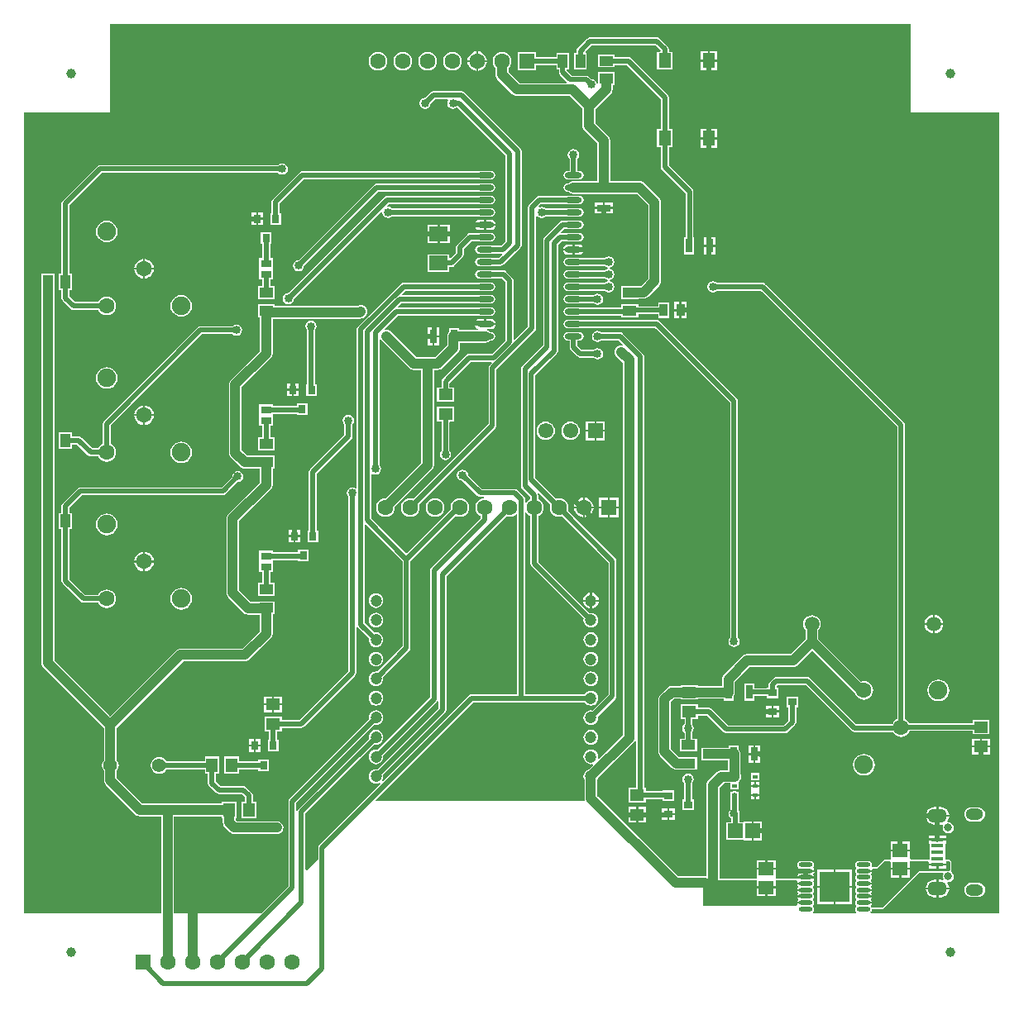
<source format=gbr>
%TF.GenerationSoftware,Altium Limited,Altium Designer,19.1.6 (110)*%
G04 Layer_Physical_Order=1*
G04 Layer_Color=255*
%FSLAX43Y43*%
%MOMM*%
%TF.FileFunction,Copper,L1,Top,Signal*%
%TF.Part,Single*%
G01*
G75*
%TA.AperFunction,SMDPad,CuDef*%
%ADD10R,1.450X1.200*%
%ADD11O,1.750X0.600*%
%ADD12R,1.300X1.550*%
%ADD13R,1.000X1.350*%
%ADD14R,0.850X1.300*%
%ADD15R,1.400X1.050*%
%ADD16R,0.900X0.800*%
%ADD17R,1.400X1.000*%
%ADD18R,0.500X0.450*%
%ADD19R,1.900X1.500*%
%ADD20R,1.500X1.400*%
%ADD21R,1.500X1.550*%
%ADD22R,0.750X1.450*%
%ADD23O,1.400X0.450*%
%ADD24R,3.100X3.100*%
%ADD25R,1.300X0.450*%
%ADD26R,1.100X0.800*%
%ADD27R,0.800X0.900*%
%ADD28R,1.350X1.000*%
%ADD29R,1.200X1.450*%
%ADD30R,1.450X0.750*%
%TA.AperFunction,Conductor*%
%ADD31C,0.500*%
%ADD32C,1.000*%
%TA.AperFunction,ComponentPad*%
%ADD33C,1.600*%
%ADD34R,1.600X1.600*%
%ADD35R,1.550X1.550*%
%ADD36C,1.550*%
%ADD37C,1.200*%
%ADD38C,1.400*%
%ADD39C,1.500*%
%ADD40O,1.800X1.150*%
%ADD41C,0.800*%
%ADD42O,2.000X1.400*%
%ADD43C,1.900*%
%TA.AperFunction,WasherPad*%
%ADD44C,1.000*%
%TA.AperFunction,ViaPad*%
%ADD45C,0.850*%
%ADD46C,0.650*%
G36*
X91000Y91000D02*
X100075Y91000D01*
Y9000D01*
X91000Y9000D01*
X86901Y9000D01*
X86863Y9127D01*
X86880Y9139D01*
X86963Y9263D01*
X86989Y9393D01*
X88105D01*
X88220Y9441D01*
X91875Y13096D01*
X94268D01*
X94327Y12984D01*
X94308Y12955D01*
X94265Y12740D01*
X94308Y12525D01*
X94322Y12504D01*
X94284Y12435D01*
X94243Y12394D01*
X94026Y12423D01*
X93826D01*
Y11615D01*
X94921D01*
X94903Y11750D01*
X94812Y11969D01*
X94736Y12068D01*
X94808Y12183D01*
X94826Y12179D01*
X95041Y12222D01*
X95223Y12343D01*
X95344Y12525D01*
X95387Y12740D01*
X95344Y12955D01*
X95223Y13137D01*
X95189Y13159D01*
X95115Y13251D01*
X95136Y13302D01*
X95162Y13350D01*
X95159Y13358D01*
X95162Y13366D01*
X95162Y14226D01*
X95162Y14226D01*
X95162Y14226D01*
X95138Y14284D01*
X95115Y14341D01*
X95115Y14341D01*
X95115Y14341D01*
X95025Y14430D01*
X95025Y14430D01*
X95025Y14430D01*
X94968Y14454D01*
X94910Y14478D01*
X94910Y14478D01*
X94910Y14478D01*
X94653Y14478D01*
X94526Y14584D01*
Y16115D01*
X94576D01*
Y16440D01*
X93726D01*
Y16540D01*
D01*
Y16440D01*
X92876D01*
Y16115D01*
X92926D01*
Y15515D01*
Y14555D01*
X92901Y14523D01*
X92799Y14470D01*
X92786Y14476D01*
X92786Y14476D01*
X92786Y14476D01*
X90971Y14474D01*
X90866Y14601D01*
Y15328D01*
X88966D01*
Y14572D01*
X88889Y14486D01*
X88862Y14472D01*
X88300Y14471D01*
X88243Y14447D01*
X88185Y14424D01*
X87501Y13739D01*
X87083D01*
X87060Y13730D01*
X87030Y13756D01*
X86968Y13834D01*
X86992Y13959D01*
X86963Y14105D01*
X86880Y14229D01*
X86756Y14312D01*
X86610Y14341D01*
X85660D01*
X85514Y14312D01*
X85390Y14229D01*
X85307Y14105D01*
X85278Y13959D01*
X85307Y13813D01*
X85370Y13719D01*
X85382Y13634D01*
X85370Y13549D01*
X85307Y13455D01*
X85278Y13309D01*
X85307Y13163D01*
X85370Y13069D01*
X85382Y12984D01*
X85370Y12899D01*
X85307Y12805D01*
X85278Y12659D01*
X85307Y12513D01*
X85370Y12419D01*
X85382Y12334D01*
X85370Y12249D01*
X85307Y12155D01*
X85278Y12009D01*
X85307Y11863D01*
X85390Y11739D01*
Y11629D01*
X85307Y11505D01*
X85278Y11359D01*
X85307Y11213D01*
X85370Y11119D01*
X85382Y11034D01*
X85370Y10949D01*
X85307Y10855D01*
X85278Y10709D01*
X85307Y10563D01*
X85390Y10439D01*
Y10329D01*
X85307Y10205D01*
X85278Y10059D01*
X85307Y9913D01*
X85370Y9819D01*
X85382Y9734D01*
X85370Y9649D01*
X85307Y9555D01*
X85278Y9409D01*
X85307Y9263D01*
X85390Y9139D01*
X85407Y9127D01*
X85369Y9000D01*
X81001Y9000D01*
X80963Y9127D01*
X80980Y9139D01*
X81063Y9263D01*
X81092Y9409D01*
X81063Y9555D01*
X81000Y9649D01*
X80988Y9734D01*
X81000Y9819D01*
X81063Y9913D01*
X81092Y10059D01*
X81063Y10205D01*
X81000Y10299D01*
X80988Y10384D01*
X81000Y10469D01*
X81063Y10563D01*
X81092Y10709D01*
X81063Y10855D01*
X81000Y10949D01*
X80988Y11034D01*
X81000Y11119D01*
X81063Y11213D01*
X81092Y11359D01*
X81063Y11505D01*
X81000Y11599D01*
X80988Y11684D01*
X81000Y11769D01*
X81063Y11863D01*
X81092Y12009D01*
X81063Y12155D01*
X80980Y12279D01*
X81042Y12391D01*
X81110Y12493D01*
X81123Y12559D01*
X80235D01*
X79274D01*
X79228Y12506D01*
X77174D01*
X77150Y12623D01*
X77150Y12633D01*
Y13423D01*
X75250D01*
Y12633D01*
X75250Y12623D01*
X75226Y12506D01*
X71395D01*
Y21826D01*
X71895Y22326D01*
X72557D01*
Y21657D01*
X73357D01*
Y22407D01*
X73411Y22511D01*
X73421Y22518D01*
X73525Y22654D01*
X73590Y22812D01*
X73613Y22982D01*
X73590Y23152D01*
X73570Y23202D01*
Y25273D01*
X73547Y25443D01*
X73482Y25601D01*
X73378Y25737D01*
X73364Y25747D01*
Y26148D01*
X72314D01*
Y25929D01*
X70442D01*
X70399Y25923D01*
X69592D01*
Y24623D01*
X70399D01*
X70442Y24617D01*
X72258D01*
Y23638D01*
X71623D01*
X71453Y23615D01*
X71295Y23550D01*
X71159Y23446D01*
X70275Y22562D01*
X70171Y22426D01*
X70106Y22268D01*
X70083Y22098D01*
Y12841D01*
X69988Y12757D01*
X69931Y12765D01*
X67165D01*
X58900Y21030D01*
Y22623D01*
X58974Y22803D01*
X62629Y26457D01*
X62733Y26593D01*
X62746Y26624D01*
X62873Y26599D01*
Y21816D01*
X62117D01*
Y20316D01*
X63867D01*
Y20658D01*
X65583D01*
Y20466D01*
X66783D01*
Y21566D01*
X65583D01*
Y21474D01*
X63867D01*
Y21816D01*
X63688D01*
X63688Y66042D01*
X63657Y66198D01*
X63569Y66330D01*
X63569Y66330D01*
X61539Y68360D01*
X61406Y68449D01*
X61250Y68480D01*
X61250Y68480D01*
X59347D01*
X59343Y68487D01*
X59152Y68614D01*
X58928Y68658D01*
X58704Y68614D01*
X58513Y68487D01*
X58386Y68296D01*
X58342Y68072D01*
X58386Y67848D01*
X58513Y67657D01*
X58704Y67530D01*
X58928Y67486D01*
X59152Y67530D01*
X59343Y67657D01*
X59347Y67664D01*
X61081D01*
X61496Y67250D01*
X61437Y67129D01*
X61340Y67142D01*
X61170Y67120D01*
X61012Y67054D01*
X60876Y66950D01*
X60772Y66814D01*
X60707Y66656D01*
X60684Y66486D01*
X60707Y66317D01*
X60772Y66159D01*
X60876Y66023D01*
X61509Y65390D01*
Y27193D01*
X59095Y24779D01*
X58980Y24843D01*
X59000Y25000D01*
X58975Y25196D01*
X58899Y25378D01*
X58779Y25535D01*
X58622Y25655D01*
X58440Y25731D01*
X58244Y25756D01*
X58048Y25731D01*
X57866Y25655D01*
X57709Y25535D01*
X57589Y25378D01*
X57513Y25196D01*
X57488Y25000D01*
X57513Y24804D01*
X57589Y24622D01*
X57709Y24465D01*
X57866Y24345D01*
X58048Y24269D01*
X58244Y24244D01*
X58401Y24264D01*
X58465Y24149D01*
X58047Y23730D01*
X57866Y23655D01*
X57709Y23535D01*
X57589Y23378D01*
X57513Y23196D01*
X57488Y23000D01*
X57513Y22804D01*
X57588Y22623D01*
Y20758D01*
X57611Y20589D01*
X57617Y20574D01*
X57548Y20447D01*
X36240Y20447D01*
X36182Y20568D01*
X46205Y30592D01*
X51116D01*
X51116Y30592D01*
X51116Y30592D01*
X57612D01*
X57709Y30465D01*
X57866Y30345D01*
X58048Y30269D01*
X58244Y30244D01*
X58440Y30269D01*
X58622Y30345D01*
X58779Y30465D01*
X58899Y30622D01*
X58975Y30804D01*
X59000Y31000D01*
X58975Y31196D01*
X58899Y31378D01*
X58779Y31535D01*
X58622Y31655D01*
X58440Y31731D01*
X58244Y31756D01*
X58048Y31731D01*
X57866Y31655D01*
X57709Y31535D01*
X57612Y31408D01*
X51519D01*
Y49996D01*
X51646Y50035D01*
X51773Y49868D01*
X51972Y49716D01*
X52043Y49687D01*
Y44793D01*
X52043Y44793D01*
X52074Y44637D01*
X52163Y44505D01*
X57508Y39159D01*
X57488Y39000D01*
X57513Y38804D01*
X57589Y38622D01*
X57709Y38465D01*
X57866Y38345D01*
X58048Y38269D01*
X58244Y38244D01*
X58440Y38269D01*
X58622Y38345D01*
X58779Y38465D01*
X58899Y38622D01*
X58975Y38804D01*
X59000Y39000D01*
X58975Y39196D01*
X58899Y39378D01*
X58779Y39535D01*
X58622Y39655D01*
X58440Y39731D01*
X58244Y39756D01*
X58085Y39736D01*
X52859Y44962D01*
Y49687D01*
X52930Y49716D01*
X53129Y49868D01*
X53281Y50067D01*
X53377Y50298D01*
X53409Y50546D01*
X53377Y50794D01*
X53281Y51025D01*
X53129Y51224D01*
X52930Y51376D01*
X52859Y51405D01*
Y51774D01*
X52859Y51774D01*
X52828Y51930D01*
X52781Y51999D01*
X52880Y52080D01*
X54095Y50865D01*
X54065Y50794D01*
X54033Y50546D01*
X54065Y50298D01*
X54161Y50067D01*
X54313Y49868D01*
X54512Y49716D01*
X54743Y49620D01*
X54991Y49588D01*
X55239Y49620D01*
X55288Y49641D01*
X60044Y44884D01*
Y31377D01*
X58403Y29736D01*
X58244Y29756D01*
X58048Y29731D01*
X57866Y29655D01*
X57709Y29535D01*
X57589Y29378D01*
X57513Y29196D01*
X57488Y29000D01*
X57513Y28804D01*
X57589Y28622D01*
X57709Y28465D01*
X57866Y28345D01*
X58048Y28269D01*
X58244Y28244D01*
X58440Y28269D01*
X58622Y28345D01*
X58779Y28465D01*
X58899Y28622D01*
X58975Y28804D01*
X59000Y29000D01*
X58980Y29159D01*
X60740Y30920D01*
X60829Y31052D01*
X60860Y31208D01*
Y45053D01*
X60829Y45209D01*
X60740Y45342D01*
X60740Y45342D01*
X55878Y50204D01*
X55917Y50298D01*
X55949Y50546D01*
X55917Y50794D01*
X55821Y51025D01*
X55669Y51224D01*
X55470Y51376D01*
X55239Y51472D01*
X54991Y51504D01*
X54743Y51472D01*
X54672Y51442D01*
X52551Y53563D01*
Y64075D01*
X54771Y66296D01*
X54771Y66296D01*
X54860Y66428D01*
X54891Y66584D01*
Y77431D01*
X55265Y77805D01*
X55733D01*
X55893Y77773D01*
X57043D01*
X57219Y77808D01*
X57367Y77908D01*
X57467Y78056D01*
X57502Y78232D01*
X57467Y78408D01*
X57367Y78556D01*
X57219Y78656D01*
X57043Y78691D01*
X55893D01*
X55717Y78656D01*
X55665Y78621D01*
X55220D01*
X55168Y78748D01*
X55514Y79094D01*
X55693D01*
X55717Y79078D01*
X55893Y79043D01*
X57043D01*
X57219Y79078D01*
X57367Y79178D01*
X57467Y79326D01*
X57502Y79502D01*
X57467Y79678D01*
X57367Y79826D01*
X57219Y79926D01*
X57043Y79961D01*
X55893D01*
X55717Y79926D01*
X55693Y79910D01*
X55345D01*
X55189Y79879D01*
X55057Y79790D01*
X55057Y79790D01*
X53475Y78208D01*
X53386Y78076D01*
X53355Y77920D01*
X53355Y77920D01*
Y67166D01*
X51204Y65015D01*
X51116Y64883D01*
X51085Y64727D01*
X51085Y64727D01*
Y52732D01*
X51085Y52732D01*
X51116Y52576D01*
X51204Y52443D01*
X52043Y51605D01*
Y51405D01*
X51972Y51376D01*
X51773Y51224D01*
X51646Y51057D01*
X51519Y51096D01*
Y51365D01*
X51519Y51365D01*
X51488Y51521D01*
X51399Y51653D01*
X51399Y51653D01*
X50736Y52316D01*
X50604Y52405D01*
X50448Y52436D01*
X50448Y52436D01*
X47108D01*
X45704Y53840D01*
X45706Y53848D01*
X45661Y54072D01*
X45534Y54263D01*
X45344Y54390D01*
X45119Y54434D01*
X44895Y54390D01*
X44705Y54263D01*
X44578Y54072D01*
X44533Y53848D01*
X44578Y53624D01*
X44705Y53433D01*
X44895Y53306D01*
X45119Y53262D01*
X45127Y53263D01*
X46651Y51740D01*
X46651Y51740D01*
X46783Y51651D01*
X46939Y51620D01*
X47279D01*
X47288Y51493D01*
X47123Y51472D01*
X46892Y51376D01*
X46693Y51224D01*
X46541Y51025D01*
X46445Y50794D01*
X46413Y50546D01*
X46445Y50298D01*
X46541Y50067D01*
X46693Y49868D01*
X46892Y49716D01*
X46963Y49687D01*
Y49460D01*
X41892Y44388D01*
X41803Y44256D01*
X41772Y44100D01*
X41772Y44100D01*
Y31105D01*
X36403Y25736D01*
X36244Y25756D01*
X36048Y25731D01*
X35866Y25655D01*
X35709Y25535D01*
X35589Y25378D01*
X35513Y25196D01*
X35488Y25000D01*
X35513Y24804D01*
X35589Y24622D01*
X35709Y24465D01*
X35866Y24345D01*
X36048Y24269D01*
X36244Y24244D01*
X36440Y24269D01*
X36622Y24345D01*
X36779Y24465D01*
X36899Y24622D01*
X36975Y24804D01*
X37000Y25000D01*
X36980Y25159D01*
X42468Y30648D01*
X42504Y30702D01*
X42631Y30663D01*
Y29964D01*
X36403Y23736D01*
X36244Y23756D01*
X36048Y23731D01*
X35866Y23655D01*
X35709Y23535D01*
X35589Y23378D01*
X35513Y23196D01*
X35488Y23000D01*
X35513Y22804D01*
X35589Y22622D01*
X35709Y22465D01*
X35866Y22345D01*
X36048Y22269D01*
X36244Y22244D01*
X36440Y22269D01*
X36622Y22345D01*
X36634Y22354D01*
X36718Y22258D01*
X30446Y15986D01*
X30357Y15854D01*
X30326Y15698D01*
X30326Y15698D01*
Y14578D01*
X29140Y13392D01*
X29023Y13441D01*
Y19202D01*
X36085Y26264D01*
X36244Y26244D01*
X36440Y26269D01*
X36622Y26345D01*
X36779Y26465D01*
X36899Y26622D01*
X36975Y26804D01*
X37000Y27000D01*
X36975Y27196D01*
X36899Y27378D01*
X36779Y27535D01*
X36622Y27655D01*
X36440Y27731D01*
X36244Y27756D01*
X36048Y27731D01*
X35866Y27655D01*
X35709Y27535D01*
X35589Y27378D01*
X35513Y27196D01*
X35488Y27000D01*
X35508Y26841D01*
X28327Y19660D01*
X28238Y19527D01*
X28221Y19439D01*
X28094Y19452D01*
Y20273D01*
X36085Y28264D01*
X36244Y28244D01*
X36440Y28269D01*
X36622Y28345D01*
X36779Y28465D01*
X36899Y28622D01*
X36975Y28804D01*
X37000Y29000D01*
X36975Y29196D01*
X36899Y29378D01*
X36779Y29535D01*
X36622Y29655D01*
X36440Y29731D01*
X36244Y29756D01*
X36048Y29731D01*
X35866Y29655D01*
X35709Y29535D01*
X35589Y29378D01*
X35513Y29196D01*
X35488Y29000D01*
X35508Y28841D01*
X27398Y20730D01*
X27309Y20598D01*
X27278Y20442D01*
X27278Y20442D01*
Y11773D01*
X24505Y9000D01*
X15576Y9000D01*
Y18902D01*
X20475D01*
Y18683D01*
X20569D01*
Y18272D01*
X20592Y18102D01*
X20657Y17944D01*
X20761Y17808D01*
X21293Y17276D01*
X21429Y17172D01*
X21587Y17107D01*
X21757Y17084D01*
X26123D01*
X26293Y17107D01*
X26451Y17172D01*
X26586Y17276D01*
X26691Y17412D01*
X26756Y17570D01*
X26778Y17740D01*
X26756Y17910D01*
X26691Y18068D01*
X26586Y18204D01*
X26451Y18308D01*
X26293Y18373D01*
X26123Y18396D01*
X22029D01*
X21881Y18544D01*
Y18683D01*
X21975D01*
Y20433D01*
X20475D01*
Y20214D01*
X12337D01*
X9713Y22838D01*
Y23588D01*
X9799Y23701D01*
X9885Y23908D01*
X9914Y24130D01*
X9885Y24352D01*
X9799Y24559D01*
X9713Y24672D01*
Y27962D01*
X16528Y34777D01*
X22860D01*
X23030Y34800D01*
X23188Y34865D01*
X23324Y34969D01*
X25483Y37128D01*
X25587Y37264D01*
X25652Y37422D01*
X25675Y37592D01*
Y39581D01*
X25869D01*
Y40931D01*
X24169D01*
Y40881D01*
X23420D01*
X22246Y42055D01*
Y49131D01*
X25483Y52368D01*
X25587Y52504D01*
X25652Y52662D01*
X25675Y52832D01*
Y54509D01*
X25869D01*
Y55859D01*
X24169D01*
Y55840D01*
X23066D01*
X22500Y56406D01*
Y62847D01*
X25483Y65830D01*
X25587Y65966D01*
X25652Y66124D01*
X25675Y66294D01*
Y69872D01*
X34614D01*
X34784Y69895D01*
X34942Y69960D01*
X35078Y70064D01*
X35162Y70148D01*
X35266Y70284D01*
X35331Y70442D01*
X35354Y70612D01*
X35331Y70782D01*
X35266Y70940D01*
X35162Y71076D01*
X35026Y71180D01*
X34868Y71245D01*
X34698Y71268D01*
X34528Y71245D01*
X34379Y71184D01*
X25869D01*
Y71353D01*
X24169D01*
Y70003D01*
X24363D01*
Y66566D01*
X21380Y63583D01*
X21276Y63447D01*
X21211Y63289D01*
X21188Y63119D01*
Y56134D01*
X21211Y55964D01*
X21276Y55806D01*
X21380Y55670D01*
X22330Y54720D01*
X22466Y54616D01*
X22624Y54551D01*
X22794Y54528D01*
X24169D01*
Y54509D01*
X24363D01*
Y53104D01*
X21126Y49867D01*
X21022Y49731D01*
X20957Y49573D01*
X20934Y49403D01*
Y41783D01*
X20957Y41613D01*
X21022Y41455D01*
X21126Y41319D01*
X22684Y39761D01*
X22820Y39657D01*
X22978Y39592D01*
X23148Y39569D01*
X24363D01*
Y37864D01*
X22588Y36089D01*
X16256D01*
X16086Y36066D01*
X15928Y36001D01*
X15792Y35897D01*
X9057Y29161D01*
X3312Y34907D01*
Y49149D01*
Y57404D01*
Y73660D01*
X3306Y73703D01*
Y74485D01*
X2006D01*
Y73703D01*
X2000Y73660D01*
Y57404D01*
Y49149D01*
Y34635D01*
X2023Y34465D01*
X2088Y34307D01*
X2192Y34171D01*
X8401Y27962D01*
Y24672D01*
X8315Y24559D01*
X8229Y24352D01*
X8200Y24130D01*
X8229Y23908D01*
X8315Y23701D01*
X8401Y23588D01*
Y22566D01*
X8424Y22396D01*
X8489Y22238D01*
X8593Y22102D01*
X11601Y19094D01*
X11737Y18990D01*
X11895Y18925D01*
X12065Y18902D01*
X14264D01*
Y9000D01*
X9000Y9000D01*
X255Y9000D01*
Y91000D01*
X9000Y91000D01*
X9000Y100075D01*
X91000D01*
X91000Y91000D01*
D02*
G37*
G36*
X50682Y49837D02*
X50703Y49830D01*
Y31408D01*
X46036D01*
X45880Y31377D01*
X45748Y31288D01*
X45748Y31288D01*
X36986Y22526D01*
X36890Y22610D01*
X36899Y22622D01*
X36975Y22804D01*
X37000Y23000D01*
X36980Y23159D01*
X43328Y29507D01*
X43328Y29507D01*
X43416Y29639D01*
X43447Y29795D01*
X43447Y29795D01*
Y43505D01*
X49592Y49650D01*
X49663Y49620D01*
X49911Y49588D01*
X50159Y49620D01*
X50390Y49716D01*
X50576Y49859D01*
X50682Y49837D01*
D02*
G37*
G36*
X95000Y14226D02*
X95000Y13366D01*
X94902Y13286D01*
X94826Y13301D01*
X94611Y13258D01*
X91808D01*
X88105Y9555D01*
X86963D01*
X86880Y9679D01*
X86942Y9791D01*
X87010Y9893D01*
X87023Y9959D01*
X86135D01*
Y10159D01*
X87023D01*
X87010Y10225D01*
X86916Y10365D01*
Y10403D01*
X87010Y10543D01*
X87023Y10609D01*
X86135D01*
Y10809D01*
X87023D01*
X87010Y10875D01*
X86970Y10936D01*
X86925Y11034D01*
X86970Y11132D01*
X87010Y11193D01*
X87023Y11259D01*
X86135D01*
Y11459D01*
X87023D01*
X87010Y11525D01*
X86916Y11665D01*
Y11703D01*
X87010Y11843D01*
X87023Y11909D01*
X86135D01*
Y12109D01*
X87023D01*
X87010Y12175D01*
X86942Y12277D01*
X86880Y12389D01*
X86963Y12513D01*
X86992Y12659D01*
X86963Y12805D01*
X86880Y12929D01*
X86942Y13041D01*
X87010Y13143D01*
X87023Y13209D01*
X86135D01*
Y13409D01*
X87023D01*
X87015Y13450D01*
X87083Y13577D01*
X87568D01*
X88300Y14309D01*
X88876Y14309D01*
X88966Y14220D01*
Y13628D01*
X90866D01*
Y14311D01*
X92786Y14313D01*
X92876Y14224D01*
Y14040D01*
X93726D01*
Y13940D01*
D01*
Y14040D01*
X94576D01*
Y14315D01*
X94910Y14316D01*
X95000Y14226D01*
D02*
G37*
G36*
X79387Y12216D02*
X79360Y12175D01*
X79347Y12109D01*
X80235D01*
Y11909D01*
X79347D01*
X79360Y11843D01*
X79454Y11703D01*
Y11665D01*
X79360Y11525D01*
X79347Y11459D01*
X80235D01*
Y11259D01*
X79347D01*
X79360Y11193D01*
X79400Y11132D01*
X79445Y11034D01*
X79400Y10936D01*
X79360Y10875D01*
X79347Y10809D01*
X80235D01*
Y10609D01*
X79347D01*
X79360Y10543D01*
X79454Y10403D01*
Y10365D01*
X79360Y10225D01*
X79347Y10159D01*
X80235D01*
Y9959D01*
X79347D01*
X79360Y9893D01*
X79370Y9878D01*
X79310Y9766D01*
X69697Y9766D01*
X69697Y12343D01*
X75250D01*
Y11723D01*
X77150D01*
Y12343D01*
X79320D01*
X79387Y12216D01*
D02*
G37*
%LPC*%
G36*
X71172Y97279D02*
X70422D01*
Y96404D01*
X71172D01*
Y97279D01*
D02*
G37*
G36*
X70222D02*
X69472D01*
Y96404D01*
X70222D01*
Y97279D01*
D02*
G37*
G36*
X46709Y97261D02*
Y96366D01*
X47604D01*
X47583Y96527D01*
X47482Y96770D01*
X47322Y96979D01*
X47113Y97140D01*
X46870Y97240D01*
X46709Y97261D01*
D02*
G37*
G36*
X46509D02*
X46348Y97240D01*
X46105Y97140D01*
X45896Y96979D01*
X45736Y96770D01*
X45635Y96527D01*
X45614Y96366D01*
X46509D01*
Y97261D01*
D02*
G37*
G36*
X65024Y98706D02*
X65024Y98706D01*
X58166D01*
X58010Y98675D01*
X57878Y98586D01*
X57878Y98586D01*
X56873Y97581D01*
X56784Y97449D01*
X56753Y97293D01*
X56753Y97293D01*
Y97091D01*
X56511D01*
Y95441D01*
X57811D01*
Y97091D01*
X57715D01*
X57663Y97218D01*
X58335Y97890D01*
X64855D01*
X65389Y97356D01*
X65354Y97229D01*
X65022D01*
Y95379D01*
X66622D01*
Y97229D01*
X66230D01*
Y97500D01*
X66230Y97500D01*
X66199Y97656D01*
X66110Y97788D01*
X66110Y97788D01*
X65312Y98586D01*
X65180Y98675D01*
X65154Y98680D01*
X65024Y98706D01*
D02*
G37*
G36*
X71172Y96204D02*
X70422D01*
Y95329D01*
X71172D01*
Y96204D01*
D02*
G37*
G36*
X70222D02*
X69472D01*
Y95329D01*
X70222D01*
Y96204D01*
D02*
G37*
G36*
X44069Y97224D02*
X43821Y97192D01*
X43590Y97096D01*
X43391Y96944D01*
X43239Y96745D01*
X43143Y96514D01*
X43111Y96266D01*
X43143Y96018D01*
X43239Y95787D01*
X43391Y95588D01*
X43590Y95436D01*
X43821Y95340D01*
X44069Y95308D01*
X44317Y95340D01*
X44548Y95436D01*
X44747Y95588D01*
X44899Y95787D01*
X44995Y96018D01*
X45027Y96266D01*
X44995Y96514D01*
X44899Y96745D01*
X44747Y96944D01*
X44548Y97096D01*
X44317Y97192D01*
X44069Y97224D01*
D02*
G37*
G36*
X41529D02*
X41281Y97192D01*
X41050Y97096D01*
X40851Y96944D01*
X40699Y96745D01*
X40603Y96514D01*
X40571Y96266D01*
X40603Y96018D01*
X40699Y95787D01*
X40851Y95588D01*
X41050Y95436D01*
X41281Y95340D01*
X41529Y95308D01*
X41777Y95340D01*
X42008Y95436D01*
X42207Y95588D01*
X42359Y95787D01*
X42455Y96018D01*
X42487Y96266D01*
X42455Y96514D01*
X42359Y96745D01*
X42207Y96944D01*
X42008Y97096D01*
X41777Y97192D01*
X41529Y97224D01*
D02*
G37*
G36*
X38989D02*
X38741Y97192D01*
X38510Y97096D01*
X38311Y96944D01*
X38159Y96745D01*
X38063Y96514D01*
X38031Y96266D01*
X38063Y96018D01*
X38159Y95787D01*
X38311Y95588D01*
X38510Y95436D01*
X38741Y95340D01*
X38989Y95308D01*
X39237Y95340D01*
X39468Y95436D01*
X39667Y95588D01*
X39819Y95787D01*
X39915Y96018D01*
X39947Y96266D01*
X39915Y96514D01*
X39819Y96745D01*
X39667Y96944D01*
X39468Y97096D01*
X39237Y97192D01*
X38989Y97224D01*
D02*
G37*
G36*
X36449D02*
X36201Y97192D01*
X35970Y97096D01*
X35771Y96944D01*
X35619Y96745D01*
X35523Y96514D01*
X35491Y96266D01*
X35523Y96018D01*
X35619Y95787D01*
X35771Y95588D01*
X35970Y95436D01*
X36201Y95340D01*
X36449Y95308D01*
X36697Y95340D01*
X36928Y95436D01*
X37127Y95588D01*
X37279Y95787D01*
X37375Y96018D01*
X37407Y96266D01*
X37375Y96514D01*
X37279Y96745D01*
X37127Y96944D01*
X36928Y97096D01*
X36697Y97192D01*
X36449Y97224D01*
D02*
G37*
G36*
X47604Y96166D02*
X46709D01*
Y95271D01*
X46870Y95292D01*
X47113Y95393D01*
X47322Y95553D01*
X47482Y95762D01*
X47583Y96005D01*
X47604Y96166D01*
D02*
G37*
G36*
X46509D02*
X45614D01*
X45635Y96005D01*
X45736Y95762D01*
X45896Y95553D01*
X46105Y95393D01*
X46348Y95292D01*
X46509Y95271D01*
Y96166D01*
D02*
G37*
G36*
X45022Y93181D02*
X45022Y93181D01*
X42106D01*
X42106Y93181D01*
X41950Y93150D01*
X41818Y93061D01*
X41818Y93061D01*
X41289Y92533D01*
X41281Y92534D01*
X41057Y92490D01*
X40866Y92363D01*
X40739Y92172D01*
X40695Y91948D01*
X40739Y91724D01*
X40866Y91533D01*
X41057Y91406D01*
X41281Y91362D01*
X41505Y91406D01*
X41696Y91533D01*
X41823Y91724D01*
X41867Y91948D01*
X41866Y91956D01*
X42275Y92365D01*
X43557D01*
X43624Y92238D01*
X43580Y92172D01*
X43536Y91948D01*
X43580Y91724D01*
X43708Y91533D01*
X43898Y91406D01*
X44122Y91362D01*
X44346Y91406D01*
X44537Y91533D01*
X44647Y91473D01*
X49503Y86617D01*
Y77766D01*
X49107Y77370D01*
X48193D01*
X48169Y77386D01*
X47993Y77421D01*
X46843D01*
X46667Y77386D01*
X46519Y77286D01*
X46419Y77138D01*
X46384Y76962D01*
X46419Y76786D01*
X46519Y76638D01*
X46667Y76538D01*
X46843Y76503D01*
X47993D01*
X48169Y76538D01*
X48193Y76554D01*
X49124D01*
X49177Y76427D01*
X48849Y76100D01*
X48193D01*
X48169Y76116D01*
X47993Y76151D01*
X46843D01*
X46667Y76116D01*
X46519Y76016D01*
X46419Y75868D01*
X46384Y75692D01*
X46419Y75516D01*
X46519Y75368D01*
X46667Y75268D01*
X46843Y75233D01*
X47993D01*
X48169Y75268D01*
X48193Y75284D01*
X49018D01*
X49018Y75284D01*
X49174Y75315D01*
X49307Y75404D01*
X51027Y77124D01*
X51116Y77257D01*
X51147Y77413D01*
X51147Y77413D01*
Y87056D01*
X51147Y87056D01*
X51116Y87212D01*
X51027Y87344D01*
X45310Y93061D01*
X45178Y93150D01*
X45152Y93155D01*
X45022Y93181D01*
D02*
G37*
G36*
X71172Y89329D02*
X70422D01*
Y88454D01*
X71172D01*
Y89329D01*
D02*
G37*
G36*
X70222D02*
X69472D01*
Y88454D01*
X70222D01*
Y89329D01*
D02*
G37*
G36*
X71172Y88254D02*
X70422D01*
Y87379D01*
X71172D01*
Y88254D01*
D02*
G37*
G36*
X70222D02*
X69472D01*
Y87379D01*
X70222D01*
Y88254D01*
D02*
G37*
G36*
X26641Y85803D02*
X26417Y85759D01*
X26226Y85632D01*
X26222Y85625D01*
X8001D01*
X8001Y85625D01*
X7845Y85594D01*
X7713Y85505D01*
X4168Y81960D01*
X4079Y81828D01*
X4048Y81672D01*
X4048Y81672D01*
Y74485D01*
X3806D01*
Y72835D01*
X4048D01*
Y71998D01*
X4048Y71998D01*
X4079Y71842D01*
X4168Y71710D01*
X4976Y70902D01*
X4976Y70902D01*
X5108Y70813D01*
X5264Y70782D01*
X7831D01*
X7860Y70711D01*
X8012Y70512D01*
X8211Y70360D01*
X8442Y70264D01*
X8690Y70232D01*
X8938Y70264D01*
X9169Y70360D01*
X9368Y70512D01*
X9520Y70711D01*
X9616Y70942D01*
X9648Y71190D01*
X9616Y71438D01*
X9520Y71669D01*
X9368Y71868D01*
X9169Y72020D01*
X8938Y72116D01*
X8690Y72148D01*
X8442Y72116D01*
X8211Y72020D01*
X8012Y71868D01*
X7860Y71669D01*
X7831Y71598D01*
X5433D01*
X4864Y72167D01*
Y72835D01*
X5106D01*
Y74485D01*
X4864D01*
Y81503D01*
X8170Y84809D01*
X26222D01*
X26226Y84802D01*
X26417Y84675D01*
X26641Y84631D01*
X26865Y84675D01*
X27055Y84802D01*
X27183Y84993D01*
X27227Y85217D01*
X27183Y85441D01*
X27055Y85632D01*
X26865Y85759D01*
X26641Y85803D01*
D02*
G37*
G36*
X56468Y87247D02*
X56244Y87203D01*
X56053Y87076D01*
X55926Y86885D01*
X55882Y86661D01*
X55926Y86437D01*
X56053Y86246D01*
X56060Y86242D01*
Y85041D01*
X55893D01*
X55717Y85006D01*
X55569Y84906D01*
X55469Y84758D01*
X55434Y84582D01*
X55469Y84406D01*
X55569Y84258D01*
X55717Y84158D01*
X55893Y84123D01*
X57043D01*
X57219Y84158D01*
X57367Y84258D01*
X57467Y84406D01*
X57502Y84582D01*
X57467Y84758D01*
X57367Y84906D01*
X57219Y85006D01*
X57043Y85041D01*
X56876D01*
Y86242D01*
X56883Y86246D01*
X57010Y86437D01*
X57054Y86661D01*
X57010Y86885D01*
X56883Y87076D01*
X56692Y87203D01*
X56468Y87247D01*
D02*
G37*
G36*
X47993Y85041D02*
X46843D01*
X46667Y85006D01*
X46643Y84990D01*
X28702D01*
X28546Y84959D01*
X28414Y84870D01*
X28414Y84870D01*
X25681Y82137D01*
X25592Y82005D01*
X25561Y81849D01*
X25561Y81849D01*
Y80721D01*
X25419D01*
Y79521D01*
X26519D01*
Y80721D01*
X26377D01*
Y81680D01*
X28871Y84174D01*
X46643D01*
X46667Y84158D01*
X46843Y84123D01*
X47993D01*
X48169Y84158D01*
X48317Y84258D01*
X48417Y84406D01*
X48452Y84582D01*
X48417Y84758D01*
X48317Y84906D01*
X48169Y85006D01*
X47993Y85041D01*
D02*
G37*
G36*
Y83771D02*
X46843D01*
X46667Y83736D01*
X46643Y83720D01*
X36322D01*
X36322Y83720D01*
X36166Y83689D01*
X36034Y83600D01*
X36034Y83600D01*
X28329Y75896D01*
X28321Y75897D01*
X28097Y75853D01*
X27906Y75726D01*
X27779Y75535D01*
X27735Y75311D01*
X27779Y75087D01*
X27906Y74896D01*
X28097Y74769D01*
X28321Y74725D01*
X28545Y74769D01*
X28736Y74896D01*
X28863Y75087D01*
X28907Y75311D01*
X28906Y75319D01*
X36491Y82904D01*
X46643D01*
X46667Y82888D01*
X46843Y82853D01*
X47993D01*
X48169Y82888D01*
X48317Y82988D01*
X48417Y83136D01*
X48452Y83312D01*
X48417Y83488D01*
X48317Y83636D01*
X48169Y83736D01*
X47993Y83771D01*
D02*
G37*
G36*
Y82501D02*
X46843D01*
X46667Y82466D01*
X46643Y82450D01*
X37387D01*
X37387Y82450D01*
X37231Y82419D01*
X37098Y82330D01*
X37098Y82330D01*
X27292Y72524D01*
X27284Y72526D01*
X27060Y72481D01*
X26869Y72354D01*
X26742Y72164D01*
X26698Y71939D01*
X26742Y71715D01*
X26869Y71525D01*
X27060Y71398D01*
X27284Y71353D01*
X27508Y71398D01*
X27699Y71525D01*
X27826Y71715D01*
X27870Y71939D01*
X27869Y71947D01*
X36781Y80860D01*
X36898Y80797D01*
X36894Y80778D01*
X36939Y80554D01*
X37066Y80363D01*
X37256Y80236D01*
X37481Y80192D01*
X37705Y80236D01*
X37895Y80363D01*
X37900Y80370D01*
X46634D01*
X46667Y80348D01*
X46843Y80313D01*
X47993D01*
X48169Y80348D01*
X48317Y80448D01*
X48417Y80596D01*
X48452Y80772D01*
X48417Y80948D01*
X48317Y81096D01*
X48169Y81196D01*
X47993Y81231D01*
X46843D01*
X46667Y81196D01*
X46652Y81186D01*
X37900D01*
X37895Y81193D01*
X37705Y81320D01*
X37481Y81364D01*
X37462Y81360D01*
X37399Y81478D01*
X37556Y81634D01*
X46643D01*
X46667Y81618D01*
X46843Y81583D01*
X47993D01*
X48169Y81618D01*
X48317Y81718D01*
X48417Y81866D01*
X48452Y82042D01*
X48417Y82218D01*
X48317Y82366D01*
X48169Y82466D01*
X47993Y82501D01*
D02*
G37*
G36*
X57043D02*
X55893D01*
X55717Y82466D01*
X55693Y82450D01*
X52959D01*
X52803Y82419D01*
X52671Y82330D01*
X51924Y81583D01*
X51835Y81451D01*
X51804Y81295D01*
X51804Y81295D01*
Y69054D01*
X50436Y67686D01*
X50319Y67734D01*
Y73817D01*
X50319Y73817D01*
X50288Y73973D01*
X50199Y74105D01*
X50199Y74105D01*
X49594Y74710D01*
X49462Y74799D01*
X49306Y74830D01*
X49306Y74830D01*
X48193D01*
X48169Y74846D01*
X47993Y74881D01*
X46843D01*
X46667Y74846D01*
X46519Y74746D01*
X46419Y74598D01*
X46384Y74422D01*
X46419Y74246D01*
X46519Y74098D01*
X46667Y73998D01*
X46843Y73963D01*
X47993D01*
X48169Y73998D01*
X48193Y74014D01*
X49137D01*
X49503Y73648D01*
Y67672D01*
X48119Y66287D01*
X45769D01*
X45613Y66256D01*
X45480Y66168D01*
X45480Y66168D01*
X43355Y64042D01*
X43324Y63995D01*
X43067Y63738D01*
X42978Y63606D01*
X42947Y63450D01*
X42947Y63450D01*
Y62850D01*
X42480D01*
Y61350D01*
X44230D01*
Y62850D01*
X43763D01*
Y63281D01*
X43932Y63450D01*
X43932Y63450D01*
X43963Y63497D01*
X45938Y65472D01*
X48056D01*
X48105Y65354D01*
X47880Y65129D01*
X47791Y64997D01*
X47760Y64841D01*
X47760Y64841D01*
Y59132D01*
X40070Y51442D01*
X39999Y51472D01*
X39751Y51504D01*
X39503Y51472D01*
X39272Y51376D01*
X39073Y51224D01*
X38921Y51025D01*
X38825Y50794D01*
X38793Y50546D01*
X38825Y50298D01*
X38921Y50067D01*
X39073Y49868D01*
X39272Y49716D01*
X39503Y49620D01*
X39751Y49588D01*
X39999Y49620D01*
X40230Y49716D01*
X40429Y49868D01*
X40581Y50067D01*
X40677Y50298D01*
X40709Y50546D01*
X40677Y50794D01*
X40647Y50865D01*
X48456Y58675D01*
X48456Y58675D01*
X48545Y58807D01*
X48576Y58963D01*
Y64672D01*
X52500Y68596D01*
X52589Y68729D01*
X52620Y68885D01*
X52620Y68885D01*
Y80396D01*
X52747Y80435D01*
X52798Y80357D01*
X52989Y80230D01*
X53213Y80186D01*
X53437Y80230D01*
X53628Y80357D01*
X53632Y80364D01*
X55693D01*
X55717Y80348D01*
X55893Y80313D01*
X57043D01*
X57219Y80348D01*
X57367Y80448D01*
X57467Y80596D01*
X57502Y80772D01*
X57467Y80948D01*
X57367Y81096D01*
X57219Y81196D01*
X57043Y81231D01*
X55893D01*
X55717Y81196D01*
X55693Y81180D01*
X53632D01*
X53628Y81187D01*
X53437Y81314D01*
X53213Y81358D01*
X52989Y81314D01*
X52984Y81310D01*
X52903Y81409D01*
X53128Y81634D01*
X55693D01*
X55717Y81618D01*
X55893Y81583D01*
X57043D01*
X57219Y81618D01*
X57367Y81718D01*
X57467Y81866D01*
X57502Y82042D01*
X57467Y82218D01*
X57367Y82366D01*
X57219Y82466D01*
X57043Y82501D01*
D02*
G37*
G36*
X60488Y81796D02*
X59663D01*
Y81321D01*
X60488D01*
Y81796D01*
D02*
G37*
G36*
X59463D02*
X58638D01*
Y81321D01*
X59463D01*
Y81796D01*
D02*
G37*
G36*
X60488Y81121D02*
X59663D01*
Y80646D01*
X60488D01*
Y81121D01*
D02*
G37*
G36*
X59463D02*
X58638D01*
Y80646D01*
X59463D01*
Y81121D01*
D02*
G37*
G36*
X24669Y80771D02*
X24169D01*
Y80221D01*
X24669D01*
Y80771D01*
D02*
G37*
G36*
X23969D02*
X23469D01*
Y80221D01*
X23969D01*
Y80771D01*
D02*
G37*
G36*
X47993Y80012D02*
X47518D01*
Y79602D01*
X48483D01*
X48464Y79697D01*
X48353Y79862D01*
X48188Y79973D01*
X47993Y80012D01*
D02*
G37*
G36*
X47318D02*
X46843D01*
X46648Y79973D01*
X46483Y79862D01*
X46372Y79697D01*
X46353Y79602D01*
X47318D01*
Y80012D01*
D02*
G37*
G36*
X24669Y80021D02*
X24169D01*
Y79471D01*
X24669D01*
Y80021D01*
D02*
G37*
G36*
X23969D02*
X23469D01*
Y79471D01*
X23969D01*
Y80021D01*
D02*
G37*
G36*
X48483Y79402D02*
X47518D01*
Y78992D01*
X47993D01*
X48188Y79031D01*
X48353Y79142D01*
X48464Y79307D01*
X48483Y79402D01*
D02*
G37*
G36*
X47318D02*
X46353D01*
X46372Y79307D01*
X46483Y79142D01*
X46648Y79031D01*
X46843Y78992D01*
X47318D01*
Y79402D01*
D02*
G37*
G36*
X43822Y79539D02*
X42772D01*
Y78689D01*
X43822D01*
Y79539D01*
D02*
G37*
G36*
X42572D02*
X41522D01*
Y78689D01*
X42572D01*
Y79539D01*
D02*
G37*
G36*
X47993Y78691D02*
X46843D01*
X46667Y78656D01*
X46643Y78640D01*
X45847D01*
X45691Y78609D01*
X45559Y78520D01*
X45559Y78520D01*
X44543Y77504D01*
X44454Y77372D01*
X44423Y77216D01*
X44423Y77216D01*
Y76623D01*
X43899Y76099D01*
X43772Y76151D01*
Y76489D01*
X41572D01*
Y74689D01*
X43772D01*
Y75181D01*
X43966D01*
X43966Y75181D01*
X44122Y75212D01*
X44254Y75301D01*
X45119Y76166D01*
X45119Y76166D01*
X45208Y76298D01*
X45239Y76454D01*
X45239Y76454D01*
Y77047D01*
X46016Y77824D01*
X46643D01*
X46667Y77808D01*
X46843Y77773D01*
X47993D01*
X48169Y77808D01*
X48317Y77908D01*
X48417Y78056D01*
X48452Y78232D01*
X48417Y78408D01*
X48317Y78556D01*
X48169Y78656D01*
X47993Y78691D01*
D02*
G37*
G36*
X8690Y79919D02*
X8403Y79882D01*
X8135Y79771D01*
X7905Y79595D01*
X7729Y79365D01*
X7618Y79097D01*
X7581Y78810D01*
X7618Y78523D01*
X7729Y78255D01*
X7905Y78025D01*
X8135Y77849D01*
X8403Y77738D01*
X8690Y77701D01*
X8977Y77738D01*
X9245Y77849D01*
X9475Y78025D01*
X9651Y78255D01*
X9762Y78523D01*
X9799Y78810D01*
X9762Y79097D01*
X9651Y79365D01*
X9475Y79595D01*
X9245Y79771D01*
X8977Y79882D01*
X8690Y79919D01*
D02*
G37*
G36*
X43822Y78489D02*
X42772D01*
Y77639D01*
X43822D01*
Y78489D01*
D02*
G37*
G36*
X42572D02*
X41522D01*
Y77639D01*
X42572D01*
Y78489D01*
D02*
G37*
G36*
X70992Y78268D02*
X70517D01*
Y77443D01*
X70992D01*
Y78268D01*
D02*
G37*
G36*
X70317D02*
X69842D01*
Y77443D01*
X70317D01*
Y78268D01*
D02*
G37*
G36*
X57043Y77472D02*
X56568D01*
Y77062D01*
X57533D01*
X57514Y77157D01*
X57403Y77322D01*
X57238Y77433D01*
X57043Y77472D01*
D02*
G37*
G36*
X56368D02*
X55893D01*
X55698Y77433D01*
X55533Y77322D01*
X55422Y77157D01*
X55403Y77062D01*
X56368D01*
Y77472D01*
D02*
G37*
G36*
X60642Y96927D02*
X58992D01*
Y95627D01*
X60642D01*
Y95869D01*
X61923D01*
X65414Y92378D01*
Y89279D01*
X65022D01*
Y87429D01*
X65414D01*
Y85435D01*
X65414Y85435D01*
X65445Y85279D01*
X65534Y85147D01*
X67934Y82746D01*
Y78218D01*
X67742D01*
Y76468D01*
X68792D01*
Y78218D01*
X68750D01*
Y82915D01*
X68750Y82915D01*
X68719Y83071D01*
X68630Y83203D01*
X66230Y85604D01*
Y87429D01*
X66622D01*
Y89279D01*
X66230D01*
Y92547D01*
X66230Y92547D01*
X66199Y92703D01*
X66110Y92835D01*
X62380Y96565D01*
X62248Y96654D01*
X62092Y96685D01*
X62092Y96685D01*
X60642D01*
Y96927D01*
D02*
G37*
G36*
X57533Y76862D02*
X56568D01*
Y76452D01*
X57043D01*
X57238Y76491D01*
X57403Y76602D01*
X57514Y76767D01*
X57533Y76862D01*
D02*
G37*
G36*
X56368D02*
X55403D01*
X55422Y76767D01*
X55533Y76602D01*
X55698Y76491D01*
X55893Y76452D01*
X56368D01*
Y76862D01*
D02*
G37*
G36*
X70992Y77243D02*
X70517D01*
Y76418D01*
X70992D01*
Y77243D01*
D02*
G37*
G36*
X70317D02*
X69842D01*
Y76418D01*
X70317D01*
Y77243D01*
D02*
G37*
G36*
X60071Y76278D02*
X59847Y76234D01*
X59656Y76107D01*
X59652Y76100D01*
X57243D01*
X57219Y76116D01*
X57043Y76151D01*
X55893D01*
X55717Y76116D01*
X55569Y76016D01*
X55469Y75868D01*
X55434Y75692D01*
X55469Y75516D01*
X55569Y75368D01*
X55717Y75268D01*
X55893Y75233D01*
X57043D01*
X57219Y75268D01*
X57243Y75284D01*
X59652D01*
X59656Y75277D01*
X59847Y75150D01*
X59991Y75122D01*
Y74992D01*
X59847Y74964D01*
X59656Y74837D01*
X59652Y74830D01*
X57243D01*
X57219Y74846D01*
X57043Y74881D01*
X55893D01*
X55717Y74846D01*
X55569Y74746D01*
X55469Y74598D01*
X55434Y74422D01*
X55469Y74246D01*
X55569Y74098D01*
X55717Y73998D01*
X55893Y73963D01*
X57043D01*
X57219Y73998D01*
X57243Y74014D01*
X59652D01*
X59656Y74007D01*
X59847Y73880D01*
X59991Y73852D01*
Y73722D01*
X59847Y73694D01*
X59656Y73567D01*
X59652Y73560D01*
X57243D01*
X57219Y73576D01*
X57043Y73611D01*
X55893D01*
X55717Y73576D01*
X55569Y73476D01*
X55469Y73328D01*
X55434Y73152D01*
X55469Y72976D01*
X55569Y72828D01*
X55717Y72728D01*
X55893Y72693D01*
X57043D01*
X57219Y72728D01*
X57243Y72744D01*
X59652D01*
X59656Y72737D01*
X59847Y72610D01*
X60071Y72566D01*
X60295Y72610D01*
X60486Y72737D01*
X60613Y72928D01*
X60657Y73152D01*
X60613Y73376D01*
X60486Y73567D01*
X60295Y73694D01*
X60151Y73722D01*
Y73852D01*
X60295Y73880D01*
X60486Y74007D01*
X60613Y74198D01*
X60657Y74422D01*
X60613Y74646D01*
X60486Y74837D01*
X60295Y74964D01*
X60151Y74992D01*
Y75122D01*
X60295Y75150D01*
X60486Y75277D01*
X60613Y75468D01*
X60657Y75692D01*
X60613Y75916D01*
X60486Y76107D01*
X60295Y76234D01*
X60071Y76278D01*
D02*
G37*
G36*
X12600Y75995D02*
Y75100D01*
X13495D01*
X13474Y75261D01*
X13373Y75504D01*
X13213Y75713D01*
X13004Y75873D01*
X12761Y75974D01*
X12600Y75995D01*
D02*
G37*
G36*
X12400D02*
X12239Y75974D01*
X11996Y75873D01*
X11787Y75713D01*
X11627Y75504D01*
X11526Y75261D01*
X11505Y75100D01*
X12400D01*
Y75995D01*
D02*
G37*
G36*
X13495Y74900D02*
X12600D01*
Y74005D01*
X12761Y74026D01*
X13004Y74127D01*
X13213Y74287D01*
X13373Y74496D01*
X13474Y74739D01*
X13495Y74900D01*
D02*
G37*
G36*
X12400D02*
X11505D01*
X11526Y74739D01*
X11627Y74496D01*
X11787Y74287D01*
X11996Y74127D01*
X12239Y74026D01*
X12400Y74005D01*
Y74900D01*
D02*
G37*
G36*
X49149Y97224D02*
X48901Y97192D01*
X48670Y97096D01*
X48471Y96944D01*
X48319Y96745D01*
X48223Y96514D01*
X48191Y96266D01*
X48223Y96018D01*
X48319Y95787D01*
X48471Y95588D01*
X48493Y95572D01*
Y94869D01*
X48516Y94699D01*
X48581Y94541D01*
X48685Y94405D01*
X50209Y92881D01*
X50345Y92777D01*
X50503Y92712D01*
X50673Y92689D01*
X56116D01*
X57383Y91422D01*
Y89662D01*
X57406Y89492D01*
X57471Y89334D01*
X57575Y89198D01*
X58907Y87866D01*
Y83968D01*
X56468D01*
X56298Y83945D01*
X56140Y83880D01*
X56004Y83776D01*
X56001Y83771D01*
X55893D01*
X55717Y83736D01*
X55569Y83636D01*
X55469Y83488D01*
X55434Y83312D01*
X55469Y83136D01*
X55569Y82988D01*
X55717Y82888D01*
X55893Y82853D01*
X56001D01*
X56004Y82848D01*
X56140Y82744D01*
X56298Y82679D01*
X56468Y82656D01*
X59441D01*
X59563Y82640D01*
X59733Y82663D01*
X59756Y82672D01*
X62958D01*
X64114Y81516D01*
Y73971D01*
X63391Y73248D01*
X63080D01*
Y73253D01*
X61380D01*
Y71903D01*
X63080D01*
Y71937D01*
X63663D01*
X63833Y71959D01*
X63991Y72025D01*
X64127Y72129D01*
X64141Y72144D01*
X64141Y72144D01*
X65234Y73236D01*
X65338Y73372D01*
X65403Y73530D01*
X65426Y73700D01*
Y81788D01*
X65403Y81958D01*
X65338Y82116D01*
X65234Y82252D01*
X63694Y83792D01*
X63558Y83896D01*
X63400Y83961D01*
X63230Y83984D01*
X60219D01*
Y88138D01*
X60196Y88308D01*
X60131Y88466D01*
X60027Y88602D01*
X58695Y89934D01*
Y91295D01*
X60281Y92881D01*
X60385Y93017D01*
X60450Y93175D01*
X60473Y93345D01*
Y93827D01*
X60642D01*
Y95127D01*
X59860D01*
X59817Y95133D01*
X59774Y95127D01*
X58992D01*
Y93954D01*
X58992Y93937D01*
X58865Y93925D01*
X58862Y93939D01*
X58835Y94077D01*
X58708Y94268D01*
X58517Y94395D01*
X58293Y94439D01*
X58285Y94438D01*
X58073Y94649D01*
X57941Y94738D01*
X57785Y94769D01*
X57785Y94769D01*
X56303D01*
X55769Y95303D01*
Y95441D01*
X56011D01*
Y97091D01*
X54711D01*
Y96674D01*
X52639D01*
Y97216D01*
X50739D01*
Y95316D01*
X52639D01*
Y95858D01*
X54711D01*
Y95441D01*
X54953D01*
Y95134D01*
X54953Y95134D01*
X54984Y94978D01*
X55073Y94846D01*
X55791Y94128D01*
X55738Y94001D01*
X50945D01*
X49805Y95141D01*
Y95572D01*
X49827Y95588D01*
X49979Y95787D01*
X50075Y96018D01*
X50107Y96266D01*
X50075Y96514D01*
X49979Y96745D01*
X49827Y96944D01*
X49628Y97096D01*
X49397Y97192D01*
X49149Y97224D01*
D02*
G37*
G36*
X47993Y73611D02*
X46843D01*
X46667Y73576D01*
X46643Y73560D01*
X39038D01*
X38882Y73529D01*
X38750Y73440D01*
X38750Y73440D01*
X34410Y69100D01*
X34321Y68968D01*
X34290Y68812D01*
X34290Y68812D01*
Y52564D01*
X34163Y52496D01*
X34053Y52570D01*
X33829Y52614D01*
X33604Y52570D01*
X33414Y52443D01*
X33287Y52252D01*
X33242Y52028D01*
X33287Y51804D01*
X33414Y51614D01*
X33421Y51609D01*
Y33761D01*
X28446Y28786D01*
X26590D01*
Y29128D01*
X24840D01*
Y27628D01*
X25307D01*
Y26746D01*
X25165D01*
Y25546D01*
X26265D01*
Y26746D01*
X26123D01*
Y27628D01*
X26590D01*
Y27970D01*
X28615D01*
X28615Y27970D01*
X28771Y28001D01*
X28904Y28090D01*
X34117Y33303D01*
X34117Y33303D01*
X34205Y33436D01*
X34236Y33592D01*
Y38288D01*
X34363Y38327D01*
X34410Y38258D01*
X35508Y37159D01*
X35488Y37000D01*
X35513Y36804D01*
X35589Y36622D01*
X35709Y36465D01*
X35866Y36345D01*
X36048Y36269D01*
X36244Y36244D01*
X36440Y36269D01*
X36622Y36345D01*
X36779Y36465D01*
X36899Y36622D01*
X36975Y36804D01*
X37000Y37000D01*
X36975Y37196D01*
X36899Y37378D01*
X36779Y37535D01*
X36622Y37655D01*
X36440Y37731D01*
X36244Y37756D01*
X36085Y37736D01*
X35106Y38715D01*
Y48734D01*
X35223Y48782D01*
X38962Y45043D01*
Y36295D01*
X36403Y33736D01*
X36244Y33756D01*
X36048Y33731D01*
X35866Y33655D01*
X35709Y33535D01*
X35589Y33378D01*
X35513Y33196D01*
X35488Y33000D01*
X35513Y32804D01*
X35589Y32622D01*
X35709Y32465D01*
X35866Y32345D01*
X36048Y32269D01*
X36244Y32244D01*
X36440Y32269D01*
X36622Y32345D01*
X36779Y32465D01*
X36899Y32622D01*
X36975Y32804D01*
X37000Y33000D01*
X36980Y33159D01*
X39658Y35838D01*
X39658Y35838D01*
X39747Y35970D01*
X39778Y36126D01*
Y45043D01*
X44422Y49687D01*
X44583Y49620D01*
X44831Y49588D01*
X45079Y49620D01*
X45310Y49716D01*
X45509Y49868D01*
X45661Y50067D01*
X45757Y50298D01*
X45789Y50546D01*
X45757Y50794D01*
X45661Y51025D01*
X45509Y51224D01*
X45310Y51376D01*
X45079Y51472D01*
X44831Y51504D01*
X44583Y51472D01*
X44352Y51376D01*
X44153Y51224D01*
X44001Y51025D01*
X43905Y50794D01*
X43873Y50546D01*
X43902Y50321D01*
X39370Y45789D01*
X35756Y49403D01*
Y53932D01*
X35883Y54000D01*
X35971Y53941D01*
X36195Y53897D01*
X36419Y53941D01*
X36610Y54068D01*
X36737Y54259D01*
X36781Y54483D01*
X36737Y54707D01*
X36610Y54898D01*
X36603Y54902D01*
Y67751D01*
X36730Y67777D01*
X36743Y67744D01*
X36847Y67608D01*
X39641Y64815D01*
X39777Y64710D01*
X39935Y64645D01*
X40105Y64623D01*
X40874D01*
Y55137D01*
X37238Y51501D01*
X37211Y51504D01*
X36963Y51472D01*
X36732Y51376D01*
X36533Y51224D01*
X36381Y51025D01*
X36285Y50794D01*
X36253Y50546D01*
X36285Y50298D01*
X36381Y50067D01*
X36533Y49868D01*
X36732Y49716D01*
X36963Y49620D01*
X37211Y49588D01*
X37459Y49620D01*
X37690Y49716D01*
X37889Y49868D01*
X38041Y50067D01*
X38137Y50298D01*
X38169Y50546D01*
X38166Y50573D01*
X41994Y54401D01*
X42098Y54537D01*
X42163Y54695D01*
X42186Y54865D01*
Y64623D01*
X42572D01*
X42742Y64645D01*
X42900Y64710D01*
X43036Y64815D01*
X44644Y66423D01*
X44748Y66558D01*
X44813Y66716D01*
X44836Y66886D01*
Y67416D01*
X47418D01*
X47588Y67439D01*
X47746Y67504D01*
X47882Y67608D01*
X47885Y67613D01*
X47993D01*
X48169Y67648D01*
X48317Y67748D01*
X48417Y67896D01*
X48452Y68072D01*
X48417Y68248D01*
X48317Y68396D01*
X48169Y68496D01*
X47993Y68531D01*
X47885D01*
X47882Y68536D01*
X47746Y68640D01*
X47588Y68705D01*
X47596Y68832D01*
X47993D01*
X48188Y68871D01*
X48353Y68982D01*
X48464Y69147D01*
X48483Y69242D01*
X47418D01*
X46353D01*
X46372Y69147D01*
X46483Y68982D01*
X46648Y68871D01*
X46730Y68855D01*
X46718Y68728D01*
X44780D01*
Y68947D01*
X43730D01*
Y68546D01*
X43716Y68536D01*
X43612Y68400D01*
X43547Y68242D01*
X43524Y68072D01*
Y67158D01*
X42300Y65934D01*
X40376D01*
X37775Y68536D01*
X37639Y68640D01*
X37481Y68705D01*
X37311Y68728D01*
X37213Y68715D01*
X37154Y68835D01*
X38523Y70204D01*
X46643D01*
X46667Y70188D01*
X46843Y70153D01*
X47993D01*
X48169Y70188D01*
X48317Y70288D01*
X48417Y70436D01*
X48452Y70612D01*
X48417Y70788D01*
X48317Y70936D01*
X48169Y71036D01*
X47993Y71071D01*
X46843D01*
X46667Y71036D01*
X46643Y71020D01*
X38568D01*
X38519Y71137D01*
X38856Y71474D01*
X46643D01*
X46667Y71458D01*
X46843Y71423D01*
X47993D01*
X48169Y71458D01*
X48317Y71558D01*
X48417Y71706D01*
X48452Y71882D01*
X48417Y72058D01*
X48317Y72206D01*
X48169Y72306D01*
X47993Y72341D01*
X46843D01*
X46667Y72306D01*
X46643Y72290D01*
X38919D01*
X38870Y72407D01*
X39207Y72744D01*
X46643D01*
X46667Y72728D01*
X46843Y72693D01*
X47993D01*
X48169Y72728D01*
X48317Y72828D01*
X48417Y72976D01*
X48452Y73152D01*
X48417Y73328D01*
X48317Y73476D01*
X48169Y73576D01*
X47993Y73611D01*
D02*
G37*
G36*
X58928Y72468D02*
X58704Y72424D01*
X58513Y72297D01*
X58509Y72290D01*
X57243D01*
X57219Y72306D01*
X57043Y72341D01*
X55893D01*
X55717Y72306D01*
X55569Y72206D01*
X55469Y72058D01*
X55434Y71882D01*
X55469Y71706D01*
X55569Y71558D01*
X55717Y71458D01*
X55893Y71423D01*
X57043D01*
X57219Y71458D01*
X57243Y71474D01*
X58509D01*
X58513Y71467D01*
X58704Y71340D01*
X58928Y71296D01*
X59152Y71340D01*
X59343Y71467D01*
X59470Y71658D01*
X59514Y71882D01*
X59470Y72106D01*
X59343Y72297D01*
X59152Y72424D01*
X58928Y72468D01*
D02*
G37*
G36*
X25569Y78721D02*
X24469D01*
Y77521D01*
X24592D01*
Y76100D01*
X24300D01*
Y75000D01*
Y73900D01*
X24611D01*
Y73253D01*
X24169D01*
Y71903D01*
X25869D01*
Y73253D01*
X25427D01*
Y73900D01*
X25700D01*
Y75000D01*
Y76100D01*
X25408D01*
Y77521D01*
X25569D01*
Y78721D01*
D02*
G37*
G36*
X66273Y71539D02*
X65123D01*
Y71147D01*
X63080D01*
Y71353D01*
X61380D01*
Y71020D01*
X57243D01*
X57219Y71036D01*
X57043Y71071D01*
X55893D01*
X55717Y71036D01*
X55569Y70936D01*
X55469Y70788D01*
X55434Y70612D01*
X55469Y70436D01*
X55569Y70288D01*
X55717Y70188D01*
X55893Y70153D01*
X57043D01*
X57219Y70188D01*
X57243Y70204D01*
X61380D01*
Y70003D01*
X63080D01*
Y70331D01*
X65123D01*
Y69939D01*
X66273D01*
Y71539D01*
D02*
G37*
G36*
X68023Y71589D02*
X67498D01*
Y70839D01*
X68023D01*
Y71589D01*
D02*
G37*
G36*
X67298D02*
X66773D01*
Y70839D01*
X67298D01*
Y71589D01*
D02*
G37*
G36*
X16310Y72299D02*
X16023Y72262D01*
X15755Y72151D01*
X15525Y71975D01*
X15349Y71745D01*
X15238Y71477D01*
X15201Y71190D01*
X15238Y70903D01*
X15349Y70635D01*
X15525Y70405D01*
X15755Y70229D01*
X16023Y70118D01*
X16310Y70081D01*
X16597Y70118D01*
X16865Y70229D01*
X17095Y70405D01*
X17271Y70635D01*
X17382Y70903D01*
X17419Y71190D01*
X17382Y71477D01*
X17271Y71745D01*
X17095Y71975D01*
X16865Y72151D01*
X16597Y72262D01*
X16310Y72299D01*
D02*
G37*
G36*
X68023Y70639D02*
X67498D01*
Y69889D01*
X68023D01*
Y70639D01*
D02*
G37*
G36*
X67298D02*
X66773D01*
Y69889D01*
X67298D01*
Y70639D01*
D02*
G37*
G36*
X47993Y69852D02*
X47518D01*
Y69442D01*
X48483D01*
X48464Y69537D01*
X48353Y69702D01*
X48188Y69813D01*
X47993Y69852D01*
D02*
G37*
G36*
X47318D02*
X46843D01*
X46648Y69813D01*
X46483Y69702D01*
X46372Y69537D01*
X46353Y69442D01*
X47318D01*
Y69852D01*
D02*
G37*
G36*
X42680Y68997D02*
X42205D01*
Y68172D01*
X42680D01*
Y68997D01*
D02*
G37*
G36*
X42005D02*
X41530D01*
Y68172D01*
X42005D01*
Y68997D01*
D02*
G37*
G36*
X21971Y69293D02*
X21747Y69249D01*
X21556Y69122D01*
X21552Y69115D01*
X18288D01*
X18132Y69084D01*
X18000Y68995D01*
X18000Y68995D01*
X8402Y59397D01*
X8313Y59265D01*
X8282Y59109D01*
X8282Y59109D01*
Y57049D01*
X8211Y57020D01*
X8012Y56868D01*
X7860Y56669D01*
X7831Y56598D01*
X7225D01*
X6130Y57692D01*
X5998Y57781D01*
X5842Y57812D01*
X5842Y57812D01*
X5106D01*
Y58229D01*
X3806D01*
Y56579D01*
X5106D01*
Y56996D01*
X5673D01*
X6768Y55902D01*
X6768Y55902D01*
X6900Y55813D01*
X7056Y55782D01*
X7056Y55782D01*
X7831D01*
X7860Y55711D01*
X8012Y55512D01*
X8211Y55360D01*
X8442Y55264D01*
X8690Y55232D01*
X8938Y55264D01*
X9169Y55360D01*
X9368Y55512D01*
X9520Y55711D01*
X9616Y55942D01*
X9648Y56190D01*
X9616Y56438D01*
X9520Y56669D01*
X9368Y56868D01*
X9169Y57020D01*
X9098Y57049D01*
Y58940D01*
X18457Y68299D01*
X21552D01*
X21556Y68292D01*
X21747Y68165D01*
X21971Y68121D01*
X22195Y68165D01*
X22386Y68292D01*
X22513Y68483D01*
X22557Y68707D01*
X22513Y68931D01*
X22386Y69122D01*
X22195Y69249D01*
X21971Y69293D01*
D02*
G37*
G36*
X42680Y67972D02*
X42205D01*
Y67147D01*
X42680D01*
Y67972D01*
D02*
G37*
G36*
X42005D02*
X41530D01*
Y67147D01*
X42005D01*
Y67972D01*
D02*
G37*
G36*
X57043Y68531D02*
X55893D01*
X55717Y68496D01*
X55569Y68396D01*
X55469Y68248D01*
X55434Y68072D01*
X55469Y67896D01*
X55569Y67748D01*
X55717Y67648D01*
X55893Y67613D01*
X56060D01*
Y66976D01*
X56060Y66976D01*
X56091Y66820D01*
X56180Y66688D01*
X56862Y66006D01*
X56994Y65917D01*
X57150Y65886D01*
X57150Y65886D01*
X58509D01*
X58513Y65879D01*
X58704Y65752D01*
X58928Y65708D01*
X59152Y65752D01*
X59343Y65879D01*
X59470Y66070D01*
X59514Y66294D01*
X59470Y66518D01*
X59343Y66709D01*
X59152Y66836D01*
X58928Y66880D01*
X58704Y66836D01*
X58513Y66709D01*
X58509Y66702D01*
X57319D01*
X56876Y67145D01*
Y67613D01*
X57043D01*
X57219Y67648D01*
X57367Y67748D01*
X57467Y67896D01*
X57502Y68072D01*
X57467Y68248D01*
X57367Y68396D01*
X57219Y68496D01*
X57043Y68531D01*
D02*
G37*
G36*
X8690Y64919D02*
X8403Y64882D01*
X8135Y64771D01*
X7905Y64595D01*
X7729Y64365D01*
X7618Y64097D01*
X7581Y63810D01*
X7618Y63523D01*
X7729Y63255D01*
X7905Y63025D01*
X8135Y62849D01*
X8403Y62738D01*
X8690Y62701D01*
X8977Y62738D01*
X9245Y62849D01*
X9475Y63025D01*
X9651Y63255D01*
X9762Y63523D01*
X9799Y63810D01*
X9762Y64097D01*
X9651Y64365D01*
X9475Y64595D01*
X9245Y64771D01*
X8977Y64882D01*
X8690Y64919D01*
D02*
G37*
G36*
X28352Y63245D02*
X27852D01*
Y62695D01*
X28352D01*
Y63245D01*
D02*
G37*
G36*
X27652D02*
X27152D01*
Y62695D01*
X27652D01*
Y63245D01*
D02*
G37*
G36*
X29591Y69708D02*
X29367Y69663D01*
X29176Y69536D01*
X29049Y69346D01*
X29005Y69122D01*
X29049Y68897D01*
X29176Y68707D01*
X29183Y68703D01*
Y63195D01*
X29102D01*
Y61995D01*
X30202D01*
Y63195D01*
X29999D01*
Y68703D01*
X30006Y68707D01*
X30133Y68897D01*
X30177Y69122D01*
X30133Y69346D01*
X30006Y69536D01*
X29815Y69663D01*
X29591Y69708D01*
D02*
G37*
G36*
X28352Y62495D02*
X27852D01*
Y61945D01*
X28352D01*
Y62495D01*
D02*
G37*
G36*
X27652D02*
X27152D01*
Y61945D01*
X27652D01*
Y62495D01*
D02*
G37*
G36*
X29252Y61195D02*
X28152D01*
Y60958D01*
X25700D01*
Y61100D01*
X24300D01*
Y60000D01*
Y58900D01*
X24611D01*
Y57759D01*
X24169D01*
Y56409D01*
X25869D01*
Y57759D01*
X25427D01*
Y58900D01*
X25700D01*
Y60142D01*
X28152D01*
Y59995D01*
X29252D01*
Y61195D01*
D02*
G37*
G36*
X12600Y60995D02*
Y60100D01*
X13495D01*
X13474Y60261D01*
X13373Y60504D01*
X13213Y60713D01*
X13004Y60874D01*
X12761Y60974D01*
X12600Y60995D01*
D02*
G37*
G36*
X12400D02*
X12239Y60974D01*
X11996Y60874D01*
X11787Y60713D01*
X11627Y60504D01*
X11526Y60261D01*
X11505Y60100D01*
X12400D01*
Y60995D01*
D02*
G37*
G36*
X13495Y59900D02*
X12600D01*
Y59005D01*
X12761Y59026D01*
X13004Y59126D01*
X13213Y59287D01*
X13373Y59496D01*
X13474Y59739D01*
X13495Y59900D01*
D02*
G37*
G36*
X12400D02*
X11505D01*
X11526Y59739D01*
X11627Y59496D01*
X11787Y59287D01*
X11996Y59126D01*
X12239Y59026D01*
X12400Y59005D01*
Y59900D01*
D02*
G37*
G36*
X59689Y59379D02*
X58814D01*
Y58504D01*
X59689D01*
Y59379D01*
D02*
G37*
G36*
X58614D02*
X57739D01*
Y58504D01*
X58614D01*
Y59379D01*
D02*
G37*
G36*
X56174Y59337D02*
X55932Y59305D01*
X55707Y59212D01*
X55514Y59064D01*
X55366Y58870D01*
X55272Y58645D01*
X55241Y58404D01*
X55272Y58163D01*
X55366Y57938D01*
X55514Y57744D01*
X55707Y57596D01*
X55932Y57503D01*
X56174Y57471D01*
X56415Y57503D01*
X56640Y57596D01*
X56833Y57744D01*
X56982Y57938D01*
X57075Y58163D01*
X57107Y58404D01*
X57075Y58645D01*
X56982Y58870D01*
X56833Y59064D01*
X56640Y59212D01*
X56415Y59305D01*
X56174Y59337D01*
D02*
G37*
G36*
X53634D02*
X53392Y59305D01*
X53167Y59212D01*
X52974Y59064D01*
X52826Y58870D01*
X52732Y58645D01*
X52701Y58404D01*
X52732Y58163D01*
X52826Y57938D01*
X52974Y57744D01*
X53167Y57596D01*
X53392Y57503D01*
X53634Y57471D01*
X53875Y57503D01*
X54100Y57596D01*
X54293Y57744D01*
X54442Y57938D01*
X54535Y58163D01*
X54567Y58404D01*
X54535Y58645D01*
X54442Y58870D01*
X54293Y59064D01*
X54100Y59212D01*
X53875Y59305D01*
X53634Y59337D01*
D02*
G37*
G36*
X59689Y58304D02*
X58814D01*
Y57429D01*
X59689D01*
Y58304D01*
D02*
G37*
G36*
X58614D02*
X57739D01*
Y57429D01*
X58614D01*
Y58304D01*
D02*
G37*
G36*
X44230Y60850D02*
X42480D01*
Y59350D01*
X42947D01*
Y56397D01*
X42940Y56392D01*
X42813Y56202D01*
X42769Y55978D01*
X42813Y55754D01*
X42940Y55563D01*
X43131Y55436D01*
X43355Y55392D01*
X43579Y55436D01*
X43770Y55563D01*
X43897Y55754D01*
X43941Y55978D01*
X43897Y56202D01*
X43770Y56392D01*
X43763Y56397D01*
Y59223D01*
X43815Y59342D01*
X43854Y59350D01*
X44230D01*
Y60850D01*
D02*
G37*
G36*
X16310Y57299D02*
X16023Y57262D01*
X15755Y57151D01*
X15525Y56975D01*
X15349Y56745D01*
X15238Y56477D01*
X15201Y56190D01*
X15238Y55903D01*
X15349Y55635D01*
X15525Y55405D01*
X15755Y55229D01*
X16023Y55118D01*
X16310Y55081D01*
X16597Y55118D01*
X16865Y55229D01*
X17095Y55405D01*
X17271Y55635D01*
X17382Y55903D01*
X17419Y56190D01*
X17382Y56477D01*
X17271Y56745D01*
X17095Y56975D01*
X16865Y57151D01*
X16597Y57262D01*
X16310Y57299D01*
D02*
G37*
G36*
X22098Y54307D02*
X21874Y54263D01*
X21683Y54136D01*
X21556Y53945D01*
X21512Y53721D01*
X21513Y53713D01*
X20412Y52611D01*
X5976D01*
X5976Y52611D01*
X5820Y52580D01*
X5687Y52492D01*
X5687Y52492D01*
X4168Y50972D01*
X4079Y50840D01*
X4048Y50684D01*
X4048Y50684D01*
Y49974D01*
X3806D01*
Y48324D01*
X4048D01*
Y43042D01*
X4048Y43042D01*
X4079Y42886D01*
X4168Y42754D01*
X6020Y40902D01*
X6020Y40902D01*
X6152Y40813D01*
X6308Y40782D01*
X7831D01*
X7860Y40711D01*
X8012Y40512D01*
X8211Y40360D01*
X8442Y40264D01*
X8690Y40232D01*
X8938Y40264D01*
X9169Y40360D01*
X9368Y40512D01*
X9520Y40711D01*
X9616Y40942D01*
X9648Y41190D01*
X9616Y41438D01*
X9520Y41669D01*
X9368Y41868D01*
X9169Y42020D01*
X8938Y42116D01*
X8690Y42148D01*
X8442Y42116D01*
X8211Y42020D01*
X8012Y41868D01*
X7860Y41669D01*
X7831Y41598D01*
X6477D01*
X4864Y43211D01*
Y48324D01*
X5106D01*
Y49974D01*
X4864D01*
Y50515D01*
X6145Y51796D01*
X20581D01*
X20581Y51796D01*
X20737Y51827D01*
X20869Y51915D01*
X22090Y53136D01*
X22098Y53135D01*
X22322Y53179D01*
X22513Y53306D01*
X22640Y53497D01*
X22684Y53721D01*
X22640Y53945D01*
X22513Y54136D01*
X22322Y54263D01*
X22098Y54307D01*
D02*
G37*
G36*
X61071Y51546D02*
X60171D01*
Y50646D01*
X61071D01*
Y51546D01*
D02*
G37*
G36*
X57631Y51541D02*
Y50646D01*
X58526D01*
X58505Y50807D01*
X58404Y51050D01*
X58244Y51259D01*
X58035Y51419D01*
X57792Y51520D01*
X57631Y51541D01*
D02*
G37*
G36*
X57431D02*
X57270Y51520D01*
X57027Y51419D01*
X56818Y51259D01*
X56658Y51050D01*
X56557Y50807D01*
X56536Y50646D01*
X57431D01*
Y51541D01*
D02*
G37*
G36*
X59971Y51546D02*
X59071D01*
Y50646D01*
X59971D01*
Y51546D01*
D02*
G37*
G36*
X42291Y51504D02*
X42043Y51472D01*
X41812Y51376D01*
X41613Y51224D01*
X41461Y51025D01*
X41365Y50794D01*
X41333Y50546D01*
X41365Y50298D01*
X41461Y50067D01*
X41613Y49868D01*
X41812Y49716D01*
X42043Y49620D01*
X42291Y49588D01*
X42539Y49620D01*
X42770Y49716D01*
X42969Y49868D01*
X43121Y50067D01*
X43217Y50298D01*
X43249Y50546D01*
X43217Y50794D01*
X43121Y51025D01*
X42969Y51224D01*
X42770Y51376D01*
X42539Y51472D01*
X42291Y51504D01*
D02*
G37*
G36*
X58526Y50446D02*
X57631D01*
Y49551D01*
X57792Y49572D01*
X58035Y49673D01*
X58244Y49833D01*
X58404Y50042D01*
X58505Y50285D01*
X58526Y50446D01*
D02*
G37*
G36*
X57431D02*
X56536D01*
X56557Y50285D01*
X56658Y50042D01*
X56818Y49833D01*
X57027Y49673D01*
X57270Y49572D01*
X57431Y49551D01*
Y50446D01*
D02*
G37*
G36*
X61071D02*
X60171D01*
Y49546D01*
X61071D01*
Y50446D01*
D02*
G37*
G36*
X59971D02*
X59071D01*
Y49546D01*
X59971D01*
Y50446D01*
D02*
G37*
G36*
X28479Y48259D02*
X27979D01*
Y47709D01*
X28479D01*
Y48259D01*
D02*
G37*
G36*
X27779D02*
X27279D01*
Y47709D01*
X27779D01*
Y48259D01*
D02*
G37*
G36*
X8690Y49919D02*
X8403Y49882D01*
X8135Y49771D01*
X7905Y49595D01*
X7729Y49365D01*
X7618Y49097D01*
X7581Y48810D01*
X7618Y48523D01*
X7729Y48255D01*
X7905Y48025D01*
X8135Y47849D01*
X8403Y47738D01*
X8690Y47701D01*
X8977Y47738D01*
X9245Y47849D01*
X9475Y48025D01*
X9651Y48255D01*
X9762Y48523D01*
X9799Y48810D01*
X9762Y49097D01*
X9651Y49365D01*
X9475Y49595D01*
X9245Y49771D01*
X8977Y49882D01*
X8690Y49919D01*
D02*
G37*
G36*
X33421Y60036D02*
X33196Y59992D01*
X33006Y59865D01*
X32879Y59674D01*
X32834Y59450D01*
X32879Y59226D01*
X33006Y59035D01*
X33013Y59031D01*
Y57979D01*
X29491Y54456D01*
X29402Y54324D01*
X29371Y54168D01*
X29371Y54168D01*
Y48209D01*
X29229D01*
Y47009D01*
X30329D01*
Y48209D01*
X30187D01*
Y53999D01*
X33709Y57521D01*
X33798Y57654D01*
X33829Y57810D01*
X33829Y57810D01*
Y59031D01*
X33835Y59035D01*
X33962Y59226D01*
X34007Y59450D01*
X33962Y59674D01*
X33835Y59865D01*
X33645Y59992D01*
X33421Y60036D01*
D02*
G37*
G36*
X28479Y47509D02*
X27979D01*
Y46959D01*
X28479D01*
Y47509D01*
D02*
G37*
G36*
X27779D02*
X27279D01*
Y46959D01*
X27779D01*
Y47509D01*
D02*
G37*
G36*
X29379Y46209D02*
X28279D01*
Y45958D01*
X25700D01*
Y46100D01*
X24300D01*
Y45000D01*
Y43900D01*
X24611D01*
Y42831D01*
X24169D01*
Y41481D01*
X25869D01*
Y42831D01*
X25427D01*
Y43900D01*
X25700D01*
Y45142D01*
X28279D01*
Y45009D01*
X29379D01*
Y46209D01*
D02*
G37*
G36*
X12600Y45995D02*
Y45100D01*
X13495D01*
X13474Y45261D01*
X13373Y45504D01*
X13213Y45713D01*
X13004Y45873D01*
X12761Y45974D01*
X12600Y45995D01*
D02*
G37*
G36*
X12400D02*
X12239Y45974D01*
X11996Y45873D01*
X11787Y45713D01*
X11627Y45504D01*
X11526Y45261D01*
X11505Y45100D01*
X12400D01*
Y45995D01*
D02*
G37*
G36*
X13495Y44900D02*
X12600D01*
Y44005D01*
X12761Y44026D01*
X13004Y44126D01*
X13213Y44287D01*
X13373Y44496D01*
X13474Y44739D01*
X13495Y44900D01*
D02*
G37*
G36*
X12400D02*
X11505D01*
X11526Y44739D01*
X11627Y44496D01*
X11787Y44287D01*
X11996Y44126D01*
X12239Y44026D01*
X12400Y44005D01*
Y44900D01*
D02*
G37*
G36*
X58344Y41794D02*
Y41100D01*
X59038D01*
X59023Y41209D01*
X58943Y41403D01*
X58815Y41571D01*
X58647Y41699D01*
X58453Y41779D01*
X58344Y41794D01*
D02*
G37*
G36*
X58144Y41794D02*
X58035Y41779D01*
X57841Y41699D01*
X57673Y41571D01*
X57545Y41403D01*
X57465Y41209D01*
X57450Y41100D01*
X58144D01*
Y41794D01*
D02*
G37*
G36*
X36244Y41756D02*
X36048Y41731D01*
X35866Y41655D01*
X35709Y41535D01*
X35589Y41378D01*
X35513Y41196D01*
X35488Y41000D01*
X35513Y40804D01*
X35589Y40622D01*
X35709Y40465D01*
X35866Y40345D01*
X36048Y40269D01*
X36244Y40244D01*
X36440Y40269D01*
X36622Y40345D01*
X36779Y40465D01*
X36899Y40622D01*
X36975Y40804D01*
X37000Y41000D01*
X36975Y41196D01*
X36899Y41378D01*
X36779Y41535D01*
X36622Y41655D01*
X36440Y41731D01*
X36244Y41756D01*
D02*
G37*
G36*
X58144Y40900D02*
X57450D01*
X57465Y40791D01*
X57545Y40597D01*
X57673Y40429D01*
X57841Y40301D01*
X58035Y40221D01*
X58144Y40206D01*
Y40900D01*
D02*
G37*
G36*
X59038D02*
X58344D01*
Y40206D01*
X58453Y40221D01*
X58647Y40301D01*
X58815Y40429D01*
X58943Y40597D01*
X59023Y40791D01*
X59038Y40900D01*
D02*
G37*
G36*
X16310Y42299D02*
X16023Y42262D01*
X15755Y42151D01*
X15525Y41975D01*
X15349Y41745D01*
X15238Y41477D01*
X15201Y41190D01*
X15238Y40903D01*
X15349Y40635D01*
X15525Y40405D01*
X15755Y40229D01*
X16023Y40118D01*
X16310Y40081D01*
X16597Y40118D01*
X16865Y40229D01*
X17095Y40405D01*
X17271Y40635D01*
X17382Y40903D01*
X17419Y41190D01*
X17382Y41477D01*
X17271Y41745D01*
X17095Y41975D01*
X16865Y42151D01*
X16597Y42262D01*
X16310Y42299D01*
D02*
G37*
G36*
X93472Y39556D02*
Y38711D01*
X94317D01*
X94298Y38859D01*
X94202Y39090D01*
X94050Y39289D01*
X93851Y39441D01*
X93620Y39537D01*
X93472Y39556D01*
D02*
G37*
G36*
X93272Y39556D02*
X93124Y39537D01*
X92893Y39441D01*
X92694Y39289D01*
X92542Y39090D01*
X92446Y38859D01*
X92427Y38711D01*
X93272D01*
Y39556D01*
D02*
G37*
G36*
X36244Y39756D02*
X36048Y39731D01*
X35866Y39655D01*
X35709Y39535D01*
X35589Y39378D01*
X35513Y39196D01*
X35488Y39000D01*
X35513Y38804D01*
X35589Y38622D01*
X35709Y38465D01*
X35866Y38345D01*
X36048Y38269D01*
X36244Y38244D01*
X36440Y38269D01*
X36622Y38345D01*
X36779Y38465D01*
X36899Y38622D01*
X36975Y38804D01*
X37000Y39000D01*
X36975Y39196D01*
X36899Y39378D01*
X36779Y39535D01*
X36622Y39655D01*
X36440Y39731D01*
X36244Y39756D01*
D02*
G37*
G36*
X94317Y38511D02*
X93472D01*
Y37666D01*
X93620Y37685D01*
X93851Y37781D01*
X94050Y37933D01*
X94202Y38132D01*
X94298Y38363D01*
X94317Y38511D01*
D02*
G37*
G36*
X93272D02*
X92427D01*
X92446Y38363D01*
X92542Y38132D01*
X92694Y37933D01*
X92893Y37781D01*
X93124Y37685D01*
X93272Y37666D01*
Y38511D01*
D02*
G37*
G36*
X57043Y69801D02*
X55893D01*
X55717Y69766D01*
X55569Y69666D01*
X55469Y69518D01*
X55434Y69342D01*
X55469Y69166D01*
X55569Y69018D01*
X55717Y68918D01*
X55893Y68883D01*
X57043D01*
X57219Y68918D01*
X57243Y68934D01*
X64855D01*
X72490Y61299D01*
Y37249D01*
X72483Y37245D01*
X72356Y37054D01*
X72312Y36830D01*
X72356Y36606D01*
X72483Y36415D01*
X72674Y36288D01*
X72898Y36244D01*
X73122Y36288D01*
X73313Y36415D01*
X73440Y36606D01*
X73484Y36830D01*
X73440Y37054D01*
X73313Y37245D01*
X73306Y37249D01*
Y61468D01*
X73306Y61468D01*
X73275Y61624D01*
X73186Y61756D01*
X65312Y69630D01*
X65180Y69719D01*
X65024Y69750D01*
X65024Y69750D01*
X57243D01*
X57219Y69766D01*
X57043Y69801D01*
D02*
G37*
G36*
X58244Y37756D02*
X58048Y37731D01*
X57866Y37655D01*
X57709Y37535D01*
X57589Y37378D01*
X57513Y37196D01*
X57488Y37000D01*
X57513Y36804D01*
X57589Y36622D01*
X57709Y36465D01*
X57866Y36345D01*
X58048Y36269D01*
X58244Y36244D01*
X58440Y36269D01*
X58622Y36345D01*
X58779Y36465D01*
X58899Y36622D01*
X58975Y36804D01*
X59000Y37000D01*
X58975Y37196D01*
X58899Y37378D01*
X58779Y37535D01*
X58622Y37655D01*
X58440Y37731D01*
X58244Y37756D01*
D02*
G37*
G36*
Y35756D02*
X58048Y35731D01*
X57866Y35655D01*
X57709Y35535D01*
X57589Y35378D01*
X57513Y35196D01*
X57488Y35000D01*
X57513Y34804D01*
X57589Y34622D01*
X57709Y34465D01*
X57866Y34345D01*
X58048Y34269D01*
X58244Y34244D01*
X58440Y34269D01*
X58622Y34345D01*
X58779Y34465D01*
X58899Y34622D01*
X58975Y34804D01*
X59000Y35000D01*
X58975Y35196D01*
X58899Y35378D01*
X58779Y35535D01*
X58622Y35655D01*
X58440Y35731D01*
X58244Y35756D01*
D02*
G37*
G36*
X36244D02*
X36048Y35731D01*
X35866Y35655D01*
X35709Y35535D01*
X35589Y35378D01*
X35513Y35196D01*
X35488Y35000D01*
X35513Y34804D01*
X35589Y34622D01*
X35709Y34465D01*
X35866Y34345D01*
X36048Y34269D01*
X36244Y34244D01*
X36440Y34269D01*
X36622Y34345D01*
X36779Y34465D01*
X36899Y34622D01*
X36975Y34804D01*
X37000Y35000D01*
X36975Y35196D01*
X36899Y35378D01*
X36779Y35535D01*
X36622Y35655D01*
X36440Y35731D01*
X36244Y35756D01*
D02*
G37*
G36*
X58244Y33756D02*
X58048Y33731D01*
X57866Y33655D01*
X57709Y33535D01*
X57589Y33378D01*
X57513Y33196D01*
X57488Y33000D01*
X57513Y32804D01*
X57589Y32622D01*
X57709Y32465D01*
X57866Y32345D01*
X58048Y32269D01*
X58244Y32244D01*
X58440Y32269D01*
X58622Y32345D01*
X58779Y32465D01*
X58899Y32622D01*
X58975Y32804D01*
X59000Y33000D01*
X58975Y33196D01*
X58899Y33378D01*
X58779Y33535D01*
X58622Y33655D01*
X58440Y33731D01*
X58244Y33756D01*
D02*
G37*
G36*
X80872Y39519D02*
X80637Y39488D01*
X80418Y39397D01*
X80230Y39253D01*
X80086Y39065D01*
X79995Y38846D01*
X79964Y38611D01*
X79995Y38376D01*
X80086Y38157D01*
X80216Y37987D01*
Y37075D01*
X78663Y35522D01*
X74236D01*
X74066Y35499D01*
X73908Y35434D01*
X73772Y35330D01*
X71851Y33409D01*
X71747Y33273D01*
X71682Y33115D01*
X71659Y32945D01*
Y32263D01*
X69201D01*
Y32357D01*
X67451D01*
Y32263D01*
X66532D01*
X66362Y32240D01*
X66204Y32175D01*
X66068Y32071D01*
X65322Y31325D01*
X65218Y31189D01*
X65153Y31031D01*
X65130Y30861D01*
Y25527D01*
X65153Y25357D01*
X65218Y25199D01*
X65322Y25063D01*
X66526Y23859D01*
X66662Y23755D01*
X66820Y23690D01*
X66990Y23667D01*
X68242D01*
X68285Y23673D01*
X69092D01*
Y24973D01*
X68285D01*
X68242Y24979D01*
X67262D01*
X66442Y25799D01*
Y30589D01*
X66804Y30951D01*
X67451D01*
Y30857D01*
X69201D01*
Y30951D01*
X71806D01*
Y30748D01*
X72856D01*
Y31244D01*
X72883Y31279D01*
X72948Y31437D01*
X72971Y31607D01*
Y32673D01*
X74508Y34210D01*
X78935D01*
X79105Y34233D01*
X79263Y34298D01*
X79399Y34402D01*
X80872Y35876D01*
X85320Y31428D01*
X85360Y31331D01*
X85512Y31132D01*
X85711Y30980D01*
X85942Y30884D01*
X86190Y30852D01*
X86438Y30884D01*
X86669Y30980D01*
X86868Y31132D01*
X87020Y31331D01*
X87116Y31562D01*
X87148Y31810D01*
X87116Y32058D01*
X87020Y32289D01*
X86868Y32488D01*
X86669Y32640D01*
X86438Y32736D01*
X86190Y32768D01*
X85942Y32736D01*
X85889Y32713D01*
X81528Y37075D01*
Y37987D01*
X81658Y38157D01*
X81749Y38376D01*
X81780Y38611D01*
X81749Y38846D01*
X81658Y39065D01*
X81514Y39253D01*
X81326Y39397D01*
X81107Y39488D01*
X80872Y39519D01*
D02*
G37*
G36*
X93810Y32919D02*
X93523Y32882D01*
X93255Y32771D01*
X93025Y32595D01*
X92849Y32365D01*
X92738Y32097D01*
X92701Y31810D01*
X92738Y31523D01*
X92849Y31255D01*
X93025Y31025D01*
X93255Y30849D01*
X93523Y30738D01*
X93810Y30701D01*
X94097Y30738D01*
X94365Y30849D01*
X94595Y31025D01*
X94771Y31255D01*
X94882Y31523D01*
X94919Y31810D01*
X94882Y32097D01*
X94771Y32365D01*
X94595Y32595D01*
X94365Y32771D01*
X94097Y32882D01*
X93810Y32919D01*
D02*
G37*
G36*
X26640Y31178D02*
X25815D01*
Y30478D01*
X26640D01*
Y31178D01*
D02*
G37*
G36*
X25615D02*
X24790D01*
Y30478D01*
X25615D01*
Y31178D01*
D02*
G37*
G36*
X36244Y31756D02*
X36048Y31731D01*
X35866Y31655D01*
X35709Y31535D01*
X35589Y31378D01*
X35513Y31196D01*
X35488Y31000D01*
X35513Y30804D01*
X35589Y30622D01*
X35709Y30465D01*
X35866Y30345D01*
X36048Y30269D01*
X36244Y30244D01*
X36440Y30269D01*
X36622Y30345D01*
X36779Y30465D01*
X36899Y30622D01*
X36975Y30804D01*
X37000Y31000D01*
X36975Y31196D01*
X36899Y31378D01*
X36779Y31535D01*
X36622Y31655D01*
X36440Y31731D01*
X36244Y31756D01*
D02*
G37*
G36*
X77501Y30257D02*
X76951D01*
Y29757D01*
X77501D01*
Y30257D01*
D02*
G37*
G36*
X76751D02*
X76201D01*
Y29757D01*
X76751D01*
Y30257D01*
D02*
G37*
G36*
X26640Y30278D02*
X25815D01*
Y29578D01*
X26640D01*
Y30278D01*
D02*
G37*
G36*
X25615D02*
X24790D01*
Y29578D01*
X25615D01*
Y30278D01*
D02*
G37*
G36*
X77501Y29557D02*
X76951D01*
Y29057D01*
X77501D01*
Y29557D01*
D02*
G37*
G36*
X76751D02*
X76201D01*
Y29057D01*
X76751D01*
Y29557D01*
D02*
G37*
G36*
X70739Y73738D02*
X70515Y73694D01*
X70324Y73567D01*
X70197Y73376D01*
X70153Y73152D01*
X70197Y72928D01*
X70324Y72737D01*
X70515Y72610D01*
X70739Y72566D01*
X70963Y72610D01*
X71154Y72737D01*
X71158Y72744D01*
X75650D01*
X89592Y58802D01*
Y28859D01*
X89521Y28830D01*
X89322Y28678D01*
X89170Y28479D01*
X89116Y28348D01*
X85386D01*
X80679Y33054D01*
X80547Y33143D01*
X80391Y33174D01*
X80391Y33174D01*
X77216D01*
X77216Y33174D01*
X77060Y33143D01*
X76928Y33054D01*
X76563Y32689D01*
X76474Y32557D01*
X76443Y32401D01*
X76443Y32401D01*
Y32107D01*
X76251D01*
Y32031D01*
X75006D01*
Y32498D01*
X73956D01*
Y30748D01*
X75006D01*
Y31215D01*
X76251D01*
Y31007D01*
X77451D01*
Y32107D01*
X77263D01*
X77261Y32234D01*
X77385Y32358D01*
X80222D01*
X84929Y27652D01*
X84929Y27652D01*
X85061Y27563D01*
X85217Y27532D01*
X85217Y27532D01*
X89166D01*
X89170Y27521D01*
X89322Y27322D01*
X89521Y27170D01*
X89752Y27074D01*
X90000Y27042D01*
X90248Y27074D01*
X90479Y27170D01*
X90678Y27322D01*
X90830Y27521D01*
X90880Y27643D01*
X97296D01*
Y27301D01*
X99046D01*
Y28801D01*
X97296D01*
Y28459D01*
X90838D01*
X90830Y28479D01*
X90678Y28678D01*
X90479Y28830D01*
X90408Y28859D01*
Y58971D01*
X90408Y58971D01*
X90377Y59127D01*
X90288Y59259D01*
X90288Y59259D01*
X76107Y73440D01*
X75975Y73529D01*
X75819Y73560D01*
X75819Y73560D01*
X71158D01*
X71154Y73567D01*
X70963Y73694D01*
X70739Y73738D01*
D02*
G37*
G36*
X79451Y31157D02*
X78251D01*
Y30057D01*
X78443D01*
Y28728D01*
X77936Y28221D01*
X72305D01*
X70630Y29895D01*
X70498Y29984D01*
X70342Y30015D01*
X70342Y30015D01*
X69201D01*
Y30357D01*
X67451D01*
Y28857D01*
X67834D01*
Y28382D01*
X67768Y28339D01*
X67641Y28148D01*
X67597Y27924D01*
X67641Y27700D01*
X67768Y27509D01*
X67834Y27466D01*
Y26873D01*
X67392D01*
Y25573D01*
X69092D01*
Y26873D01*
X68650D01*
Y27588D01*
X68725Y27700D01*
X68769Y27924D01*
X68725Y28148D01*
X68650Y28260D01*
Y28857D01*
X69201D01*
Y29199D01*
X70173D01*
X71848Y27525D01*
X71848Y27525D01*
X71980Y27436D01*
X72136Y27405D01*
X72136Y27405D01*
X78105D01*
X78105Y27405D01*
X78261Y27436D01*
X78393Y27525D01*
X79139Y28271D01*
X79228Y28403D01*
X79259Y28559D01*
X79259Y28559D01*
Y30057D01*
X79451D01*
Y31157D01*
D02*
G37*
G36*
X24415Y26796D02*
X23915D01*
Y26246D01*
X24415D01*
Y26796D01*
D02*
G37*
G36*
X23715D02*
X23215D01*
Y26246D01*
X23715D01*
Y26796D01*
D02*
G37*
G36*
X58244Y27756D02*
X58048Y27731D01*
X57866Y27655D01*
X57709Y27535D01*
X57589Y27378D01*
X57513Y27196D01*
X57488Y27000D01*
X57513Y26804D01*
X57589Y26622D01*
X57709Y26465D01*
X57866Y26345D01*
X58048Y26269D01*
X58244Y26244D01*
X58440Y26269D01*
X58622Y26345D01*
X58779Y26465D01*
X58899Y26622D01*
X58975Y26804D01*
X59000Y27000D01*
X58975Y27196D01*
X58899Y27378D01*
X58779Y27535D01*
X58622Y27655D01*
X58440Y27731D01*
X58244Y27756D01*
D02*
G37*
G36*
X99096Y26851D02*
X98271D01*
Y26151D01*
X99096D01*
Y26851D01*
D02*
G37*
G36*
X98071D02*
X97246D01*
Y26151D01*
X98071D01*
Y26851D01*
D02*
G37*
G36*
X24415Y26046D02*
X23915D01*
Y25496D01*
X24415D01*
Y26046D01*
D02*
G37*
G36*
X23715D02*
X23215D01*
Y25496D01*
X23715D01*
Y26046D01*
D02*
G37*
G36*
X75564Y26198D02*
X75089D01*
Y25373D01*
X75564D01*
Y26198D01*
D02*
G37*
G36*
X74889D02*
X74414D01*
Y25373D01*
X74889D01*
Y26198D01*
D02*
G37*
G36*
X99096Y25951D02*
X98271D01*
Y25251D01*
X99096D01*
Y25951D01*
D02*
G37*
G36*
X98071D02*
X97246D01*
Y25251D01*
X98071D01*
Y25951D01*
D02*
G37*
G36*
X20225Y25021D02*
X18725D01*
Y24538D01*
X14808D01*
X14799Y24559D01*
X14663Y24736D01*
X14486Y24872D01*
X14279Y24958D01*
X14057Y24987D01*
X13835Y24958D01*
X13628Y24872D01*
X13451Y24736D01*
X13315Y24559D01*
X13229Y24352D01*
X13200Y24130D01*
X13229Y23908D01*
X13315Y23701D01*
X13451Y23524D01*
X13628Y23388D01*
X13835Y23302D01*
X14057Y23273D01*
X14279Y23302D01*
X14486Y23388D01*
X14663Y23524D01*
X14799Y23701D01*
X14808Y23722D01*
X18725D01*
Y23271D01*
X19051D01*
Y22285D01*
X19051Y22285D01*
X19082Y22129D01*
X19171Y21997D01*
X19866Y21302D01*
X19866Y21302D01*
X19998Y21213D01*
X20154Y21182D01*
X20154Y21182D01*
X22522D01*
X22817Y20887D01*
Y20433D01*
X22475D01*
Y18683D01*
X23975D01*
Y20433D01*
X23633D01*
Y21056D01*
X23602Y21212D01*
X23513Y21344D01*
X23513Y21344D01*
X22979Y21878D01*
X22847Y21967D01*
X22691Y21998D01*
X22691Y21998D01*
X20323D01*
X19867Y22454D01*
Y23271D01*
X20225D01*
Y25021D01*
D02*
G37*
G36*
X75564Y25173D02*
X75089D01*
Y24348D01*
X75564D01*
Y25173D01*
D02*
G37*
G36*
X74889D02*
X74414D01*
Y24348D01*
X74889D01*
Y25173D01*
D02*
G37*
G36*
X22225Y25021D02*
X20725D01*
Y23271D01*
X22225D01*
Y23738D01*
X24215D01*
Y23546D01*
X25315D01*
Y24746D01*
X24215D01*
Y24554D01*
X22225D01*
Y25021D01*
D02*
G37*
G36*
X86190Y25299D02*
X85903Y25262D01*
X85635Y25151D01*
X85405Y24975D01*
X85229Y24745D01*
X85118Y24477D01*
X85081Y24190D01*
X85118Y23903D01*
X85229Y23635D01*
X85405Y23405D01*
X85635Y23229D01*
X85903Y23118D01*
X86190Y23081D01*
X86477Y23118D01*
X86745Y23229D01*
X86975Y23405D01*
X87151Y23635D01*
X87262Y23903D01*
X87299Y24190D01*
X87262Y24477D01*
X87151Y24745D01*
X86975Y24975D01*
X86745Y25151D01*
X86477Y25262D01*
X86190Y25299D01*
D02*
G37*
G36*
X75457Y23357D02*
X74657D01*
Y22607D01*
X75457D01*
Y23357D01*
D02*
G37*
G36*
X75507Y22457D02*
X75157D01*
Y22132D01*
X75507D01*
Y22457D01*
D02*
G37*
G36*
X74957D02*
X74607D01*
Y22132D01*
X74957D01*
Y22457D01*
D02*
G37*
G36*
X75507Y21932D02*
X75057D01*
X74607D01*
Y21634D01*
X74607Y21607D01*
Y21507D01*
X74607Y21480D01*
Y21182D01*
X75057D01*
X75507D01*
Y21480D01*
X75507Y21507D01*
Y21607D01*
X75507Y21634D01*
Y21932D01*
D02*
G37*
G36*
Y20982D02*
X75157D01*
Y20657D01*
X75507D01*
Y20982D01*
D02*
G37*
G36*
X74957D02*
X74607D01*
Y20657D01*
X74957D01*
Y20982D01*
D02*
G37*
G36*
X68183Y23303D02*
X67959Y23259D01*
X67768Y23132D01*
X67641Y22941D01*
X67597Y22717D01*
X67641Y22493D01*
X67768Y22302D01*
X67775Y22298D01*
Y20616D01*
X67583D01*
Y19516D01*
X68783D01*
Y20616D01*
X68591D01*
Y22298D01*
X68598Y22302D01*
X68725Y22493D01*
X68769Y22717D01*
X68725Y22941D01*
X68598Y23132D01*
X68407Y23259D01*
X68183Y23303D01*
D02*
G37*
G36*
X66833Y19716D02*
X66283D01*
Y19216D01*
X66833D01*
Y19716D01*
D02*
G37*
G36*
X66083D02*
X65533D01*
Y19216D01*
X66083D01*
Y19716D01*
D02*
G37*
G36*
X63917Y19866D02*
X63092D01*
Y19166D01*
X63917D01*
Y19866D01*
D02*
G37*
G36*
X62892D02*
X62067D01*
Y19166D01*
X62892D01*
Y19866D01*
D02*
G37*
G36*
X94026Y19873D02*
X93826D01*
Y19065D01*
X94921D01*
X94903Y19200D01*
X94812Y19419D01*
X94668Y19607D01*
X94480Y19751D01*
X94261Y19842D01*
X94026Y19873D01*
D02*
G37*
G36*
X93626D02*
X93426D01*
X93191Y19842D01*
X92972Y19751D01*
X92784Y19607D01*
X92640Y19419D01*
X92549Y19200D01*
X92531Y19065D01*
X93626D01*
Y19873D01*
D02*
G37*
G36*
X66833Y19016D02*
X66283D01*
Y18516D01*
X66833D01*
Y19016D01*
D02*
G37*
G36*
X66083D02*
X65533D01*
Y18516D01*
X66083D01*
Y19016D01*
D02*
G37*
G36*
X97851Y19846D02*
X97201D01*
X97012Y19821D01*
X96835Y19748D01*
X96684Y19632D01*
X96568Y19481D01*
X96495Y19304D01*
X96470Y19115D01*
X96495Y18926D01*
X96568Y18749D01*
X96684Y18598D01*
X96835Y18482D01*
X97012Y18409D01*
X97201Y18384D01*
X97851D01*
X98040Y18409D01*
X98217Y18482D01*
X98368Y18598D01*
X98484Y18749D01*
X98557Y18926D01*
X98582Y19115D01*
X98557Y19304D01*
X98484Y19481D01*
X98368Y19632D01*
X98217Y19748D01*
X98040Y19821D01*
X97851Y19846D01*
D02*
G37*
G36*
X63917Y18966D02*
X63092D01*
Y18266D01*
X63917D01*
Y18966D01*
D02*
G37*
G36*
X62892D02*
X62067D01*
Y18266D01*
X62892D01*
Y18966D01*
D02*
G37*
G36*
X93626Y18865D02*
X92531D01*
X92549Y18730D01*
X92640Y18511D01*
X92784Y18323D01*
X92972Y18179D01*
X93191Y18088D01*
X93426Y18057D01*
X93626D01*
Y18865D01*
D02*
G37*
G36*
X75764Y18374D02*
X74914D01*
Y17499D01*
X75764D01*
Y18374D01*
D02*
G37*
G36*
X94921Y18865D02*
X93826D01*
Y18057D01*
X94026D01*
X94243Y18086D01*
X94284Y18045D01*
X94322Y17976D01*
X94308Y17955D01*
X94265Y17740D01*
X94308Y17525D01*
X94429Y17343D01*
X94611Y17222D01*
X94826Y17179D01*
X95041Y17222D01*
X95223Y17343D01*
X95344Y17525D01*
X95387Y17740D01*
X95344Y17955D01*
X95223Y18137D01*
X95041Y18258D01*
X94826Y18301D01*
X94808Y18297D01*
X94736Y18412D01*
X94812Y18511D01*
X94903Y18730D01*
X94921Y18865D01*
D02*
G37*
G36*
X94576Y16965D02*
X93826D01*
Y16640D01*
X94576D01*
Y16965D01*
D02*
G37*
G36*
X93626D02*
X92876D01*
Y16640D01*
X93626D01*
Y16965D01*
D02*
G37*
G36*
X75764Y17299D02*
X74914D01*
Y16424D01*
X75764D01*
Y17299D01*
D02*
G37*
G36*
X72957Y21490D02*
X72801Y21459D01*
X72798Y21457D01*
X72557D01*
Y21121D01*
X72549Y21082D01*
Y19635D01*
X72483Y19592D01*
X72356Y19401D01*
X72312Y19177D01*
X72356Y18953D01*
X72483Y18762D01*
X72606Y18680D01*
Y18324D01*
X72114D01*
Y16474D01*
X73864D01*
Y16424D01*
X74714D01*
Y17399D01*
Y18374D01*
X73864D01*
Y18324D01*
X73422D01*
Y18926D01*
X73440Y18953D01*
X73484Y19177D01*
X73440Y19401D01*
X73365Y19513D01*
Y21082D01*
X73357Y21121D01*
Y21457D01*
X73116D01*
X73113Y21459D01*
X72957Y21490D01*
D02*
G37*
G36*
X90866Y16328D02*
X90016D01*
Y15528D01*
X90866D01*
Y16328D01*
D02*
G37*
G36*
X89816D02*
X88966D01*
Y15528D01*
X89816D01*
Y16328D01*
D02*
G37*
G36*
X77150Y14423D02*
X76300D01*
Y13623D01*
X77150D01*
Y14423D01*
D02*
G37*
G36*
X76100D02*
X75250D01*
Y13623D01*
X76100D01*
Y14423D01*
D02*
G37*
G36*
X80710Y14341D02*
X79760D01*
X79614Y14312D01*
X79490Y14229D01*
X79407Y14105D01*
X79378Y13959D01*
X79407Y13813D01*
X79490Y13689D01*
X79428Y13577D01*
X79360Y13475D01*
X79347Y13409D01*
X80235D01*
X81123D01*
X81110Y13475D01*
X81042Y13577D01*
X80980Y13689D01*
X81063Y13813D01*
X81092Y13959D01*
X81063Y14105D01*
X80980Y14229D01*
X80856Y14312D01*
X80710Y14341D01*
D02*
G37*
G36*
X81123Y13209D02*
X80235D01*
X79347D01*
X79360Y13143D01*
X79454Y13003D01*
Y12965D01*
X79360Y12825D01*
X79347Y12759D01*
X80235D01*
X81123D01*
X81110Y12825D01*
X81016Y12965D01*
Y13003D01*
X81110Y13143D01*
X81123Y13209D01*
D02*
G37*
G36*
X84935Y13434D02*
X83285D01*
Y11784D01*
X84935D01*
Y13434D01*
D02*
G37*
G36*
X83085D02*
X81435D01*
Y11784D01*
X83085D01*
Y13434D01*
D02*
G37*
G36*
X93626Y12423D02*
X93426D01*
X93191Y12392D01*
X92972Y12301D01*
X92784Y12157D01*
X92640Y11969D01*
X92549Y11750D01*
X92531Y11615D01*
X93626D01*
Y12423D01*
D02*
G37*
G36*
X97851Y12096D02*
X97201D01*
X97012Y12071D01*
X96835Y11998D01*
X96684Y11882D01*
X96568Y11731D01*
X96495Y11554D01*
X96470Y11365D01*
X96495Y11176D01*
X96568Y10999D01*
X96684Y10848D01*
X96835Y10732D01*
X97012Y10659D01*
X97201Y10634D01*
X97851D01*
X98040Y10659D01*
X98217Y10732D01*
X98368Y10848D01*
X98484Y10999D01*
X98557Y11176D01*
X98582Y11365D01*
X98557Y11554D01*
X98484Y11731D01*
X98368Y11882D01*
X98217Y11998D01*
X98040Y12071D01*
X97851Y12096D01*
D02*
G37*
G36*
X94921Y11415D02*
X93826D01*
Y10607D01*
X94026D01*
X94261Y10638D01*
X94480Y10729D01*
X94668Y10873D01*
X94812Y11061D01*
X94903Y11280D01*
X94921Y11415D01*
D02*
G37*
G36*
X93626D02*
X92531D01*
X92549Y11280D01*
X92640Y11061D01*
X92784Y10873D01*
X92972Y10729D01*
X93191Y10638D01*
X93426Y10607D01*
X93626D01*
Y11415D01*
D02*
G37*
G36*
X84935Y11584D02*
X83285D01*
Y9934D01*
X84935D01*
Y11584D01*
D02*
G37*
G36*
X83085D02*
X81435D01*
Y9934D01*
X83085D01*
Y11584D01*
D02*
G37*
G36*
X94576Y13840D02*
X93826D01*
Y13515D01*
X94576D01*
Y13840D01*
D02*
G37*
G36*
X93626D02*
X92876D01*
Y13515D01*
X93626D01*
Y13840D01*
D02*
G37*
G36*
X90866Y13428D02*
X90016D01*
Y12628D01*
X90866D01*
Y13428D01*
D02*
G37*
G36*
X89816D02*
X88966D01*
Y12628D01*
X89816D01*
Y13428D01*
D02*
G37*
G36*
X77150Y11523D02*
X76300D01*
Y10723D01*
X77150D01*
Y11523D01*
D02*
G37*
G36*
X76100D02*
X75250D01*
Y10723D01*
X76100D01*
Y11523D01*
D02*
G37*
%LPD*%
D10*
X43355Y62100D02*
D03*
Y60100D02*
D03*
X25715Y28378D02*
D03*
Y30378D02*
D03*
X62992Y21066D02*
D03*
Y19066D02*
D03*
X98171Y28051D02*
D03*
Y26051D02*
D03*
X68326Y31607D02*
D03*
Y29607D02*
D03*
D11*
X56468Y83312D02*
D03*
Y82042D02*
D03*
Y84582D02*
D03*
Y79502D02*
D03*
Y78232D02*
D03*
Y80772D02*
D03*
Y76962D02*
D03*
Y74422D02*
D03*
Y73152D02*
D03*
Y75692D02*
D03*
Y71882D02*
D03*
Y70612D02*
D03*
Y68072D02*
D03*
Y69342D02*
D03*
X47418Y83312D02*
D03*
Y82042D02*
D03*
Y84582D02*
D03*
Y79502D02*
D03*
Y78232D02*
D03*
Y80772D02*
D03*
Y75692D02*
D03*
Y74422D02*
D03*
Y76962D02*
D03*
Y71882D02*
D03*
Y70612D02*
D03*
Y73152D02*
D03*
Y68072D02*
D03*
Y69342D02*
D03*
D12*
X70322Y96304D02*
D03*
X65822D02*
D03*
X70322Y88354D02*
D03*
X65822D02*
D03*
D13*
X4456Y49149D02*
D03*
X2656D02*
D03*
X55361Y96266D02*
D03*
X57161D02*
D03*
X2656Y73660D02*
D03*
X4456D02*
D03*
X2656Y57404D02*
D03*
X4456D02*
D03*
D14*
X67398Y70739D02*
D03*
X65698D02*
D03*
D15*
X62230Y72578D02*
D03*
Y70678D02*
D03*
X25019Y72578D02*
D03*
Y70678D02*
D03*
X25019Y55184D02*
D03*
Y57084D02*
D03*
X25019Y40256D02*
D03*
Y42156D02*
D03*
D16*
X78851Y30607D02*
D03*
X76851Y29657D02*
D03*
Y31557D02*
D03*
X66183Y21016D02*
D03*
Y19116D02*
D03*
X68183Y20066D02*
D03*
D17*
X70442Y25273D02*
D03*
X68242Y26223D02*
D03*
Y24323D02*
D03*
D18*
X75057Y22982D02*
D03*
Y22032D02*
D03*
Y21082D02*
D03*
X72957Y22982D02*
D03*
Y22032D02*
D03*
Y21082D02*
D03*
D19*
X42672Y78589D02*
D03*
Y75589D02*
D03*
D20*
X76200Y13523D02*
D03*
Y11623D02*
D03*
X89916Y13528D02*
D03*
Y15428D02*
D03*
D21*
X74814Y17399D02*
D03*
X73014D02*
D03*
D22*
X74481Y31623D02*
D03*
X72331D02*
D03*
X68267Y77343D02*
D03*
X70417D02*
D03*
X44255Y68072D02*
D03*
X42105D02*
D03*
X72839Y25273D02*
D03*
X74989D02*
D03*
D23*
X86135Y13959D02*
D03*
Y13309D02*
D03*
Y12659D02*
D03*
Y12009D02*
D03*
Y11359D02*
D03*
Y10709D02*
D03*
Y9409D02*
D03*
Y10059D02*
D03*
X80235Y13959D02*
D03*
Y12659D02*
D03*
Y12009D02*
D03*
Y13309D02*
D03*
Y10709D02*
D03*
Y11359D02*
D03*
Y9409D02*
D03*
Y10059D02*
D03*
D24*
X83185Y11684D02*
D03*
D25*
X93726Y16540D02*
D03*
Y15240D02*
D03*
Y15890D02*
D03*
Y14590D02*
D03*
Y13940D02*
D03*
D26*
X25000Y45550D02*
D03*
Y44450D02*
D03*
Y74450D02*
D03*
Y75550D02*
D03*
Y59450D02*
D03*
Y60550D02*
D03*
D27*
X25715Y26146D02*
D03*
X23815D02*
D03*
X24765Y24146D02*
D03*
X25969Y80121D02*
D03*
X24069D02*
D03*
X25019Y78121D02*
D03*
X29652Y62595D02*
D03*
X27752D02*
D03*
X28702Y60595D02*
D03*
X29779Y47609D02*
D03*
X27879D02*
D03*
X28829Y45609D02*
D03*
D28*
X59817Y96277D02*
D03*
Y94477D02*
D03*
D29*
X21225Y19558D02*
D03*
X23225D02*
D03*
X19475Y24146D02*
D03*
X21475D02*
D03*
D30*
X59563Y83371D02*
D03*
Y81221D02*
D03*
D31*
X14478Y1778D02*
X29210D01*
X12717Y3539D02*
X14478Y1778D01*
X29210D02*
X30734Y3302D01*
X37481Y80778D02*
X47418D01*
X29591Y62656D02*
Y69122D01*
Y62656D02*
X29652Y62595D01*
X37387Y82042D02*
X47418D01*
X27284Y71939D02*
X37387Y82042D01*
X61250Y68072D02*
X63280Y66042D01*
X63280Y21354D01*
X62992Y21066D02*
X63280Y21354D01*
X20041Y3959D02*
X27686Y11604D01*
X62291Y70739D02*
X65698D01*
X62230Y70678D02*
X62291Y70739D01*
X62164Y70612D02*
X62230Y70678D01*
X58928Y68072D02*
X61250D01*
X56468Y69342D02*
X65024D01*
X56468Y70612D02*
X62164D01*
X60452Y31208D02*
Y45053D01*
X58244Y29000D02*
X60452Y31208D01*
X54991Y50514D02*
X60452Y45053D01*
X36195Y68453D02*
X38354Y70612D01*
X36195Y54483D02*
Y68453D01*
X35348Y68542D02*
X38688Y71882D01*
X34698Y68812D02*
X39038Y73152D01*
X35348Y49234D02*
Y68542D01*
X39038Y73152D02*
X47418D01*
X38688Y71882D02*
X47418D01*
X38354Y70612D02*
X47418D01*
X34698Y38546D02*
Y68812D01*
X35348Y49234D02*
X39370Y45212D01*
X34698Y38546D02*
X36244Y37000D01*
X8001Y85217D02*
X26641D01*
X47371Y49291D02*
Y50546D01*
X42180Y44100D02*
X47371Y49291D01*
X42180Y30936D02*
Y44100D01*
X50448Y52028D02*
X51111Y51365D01*
X52451Y50546D02*
Y51774D01*
Y44793D02*
Y50546D01*
X51493Y52732D02*
X52451Y51774D01*
X51493Y52732D02*
Y64727D01*
X51116Y31000D02*
X58244D01*
X46036D02*
X51116D01*
X51111Y31005D02*
X51116Y31000D01*
X51111Y31005D02*
Y51365D01*
X46939Y52028D02*
X50448D01*
X51493Y64727D02*
X53763Y66997D01*
X45119Y53848D02*
X46939Y52028D01*
X43039Y43674D02*
X49911Y50546D01*
X43039Y29795D02*
Y43674D01*
X43355Y55978D02*
Y60100D01*
X39370Y36126D02*
Y45212D01*
X44704Y50546D01*
X30734Y15698D02*
X46036Y31000D01*
X28615Y10075D02*
Y19371D01*
X22878Y4338D02*
X28615Y10075D01*
X27686Y11604D02*
Y20442D01*
X70342Y75295D02*
Y88334D01*
X42473Y69397D02*
X47418D01*
X42180Y68072D02*
Y69104D01*
X56515Y51308D02*
X58293Y49530D01*
X62754Y19050D02*
X62881Y19177D01*
X74989Y25273D02*
X75565D01*
X74914D02*
X74989D01*
X59563Y81221D02*
Y81296D01*
Y78232D02*
Y81221D01*
X42105Y68072D02*
X42180D01*
X40132D02*
X42105D01*
X12717Y3539D02*
Y3662D01*
X44704Y50546D02*
X44831D01*
X52212Y81295D02*
X52959Y82042D01*
X52212Y68885D02*
Y81295D01*
X49911Y77597D02*
Y86786D01*
X44749Y91948D02*
X49911Y86786D01*
X44122Y91948D02*
X44749D01*
X50739Y77413D02*
Y87056D01*
X49018Y75692D02*
X50739Y77413D01*
X47418Y75692D02*
X49018D01*
X45022Y92773D02*
X50739Y87056D01*
X49276Y76962D02*
X49911Y77597D01*
X47418Y76962D02*
X49276D01*
X54991Y50514D02*
Y50546D01*
X54483Y77600D02*
X55096Y78213D01*
X56449D01*
X56468Y78232D01*
X54483Y66584D02*
Y77600D01*
X52143Y64244D02*
X54483Y66584D01*
X52143Y53394D02*
Y64244D01*
X53763Y66997D02*
Y77920D01*
X55345Y79502D01*
X56468D01*
X52143Y53394D02*
X54991Y50546D01*
X36244Y23000D02*
X43039Y29795D01*
X36244Y25000D02*
X42180Y30936D01*
X52451Y44793D02*
X58244Y39000D01*
X30734Y3302D02*
Y15698D01*
X28615Y19371D02*
X36244Y27000D01*
X27686Y20442D02*
X36244Y29000D01*
X48168Y64841D02*
X52212Y68885D01*
X48168Y58963D02*
Y64841D01*
X39751Y50546D02*
X48168Y58963D01*
X52959Y82042D02*
X56468D01*
X43465Y60100D02*
X43815Y59750D01*
X43355Y60100D02*
X43465D01*
X43355Y63450D02*
X43643Y63738D01*
Y63754D01*
X43355Y62100D02*
Y63450D01*
X43643Y63754D02*
X45769Y65879D01*
X48287D01*
X49911Y67503D01*
Y73817D01*
X49306Y74422D02*
X49911Y73817D01*
X47418Y74422D02*
X49306D01*
X33421Y57810D02*
Y59450D01*
X29779Y54168D02*
X33421Y57810D01*
X29779Y47609D02*
Y54168D01*
X42106Y92773D02*
X45022D01*
X41281Y91948D02*
X42106Y92773D01*
X4456Y81672D02*
X8001Y85217D01*
X20581Y52204D02*
X22098Y53721D01*
X5976Y52204D02*
X20581D01*
X4456Y50684D02*
X5976Y52204D01*
X57150Y66294D02*
X58928D01*
X56468Y66976D02*
X57150Y66294D01*
X19459Y22285D02*
Y24130D01*
Y22285D02*
X20154Y21590D01*
X22691D01*
X23225Y21056D01*
Y19558D02*
Y21056D01*
X21475Y24146D02*
X24765D01*
X14057Y24130D02*
X19459D01*
X33829Y33592D02*
Y52028D01*
X28615Y28378D02*
X33829Y33592D01*
X25715Y28378D02*
X28615D01*
X25715Y26146D02*
Y28378D01*
X77775Y14981D02*
Y17399D01*
X74814D02*
X77775D01*
X74687Y17272D02*
X74814Y17399D01*
X76200Y14770D02*
X76350Y14920D01*
X79386Y13309D02*
X80235D01*
X77775Y14920D02*
X79386Y13309D01*
X76350Y14920D02*
X77775D01*
X61468Y19050D02*
X62754D01*
X62881Y19177D02*
X62992Y19066D01*
X36244Y33000D02*
X39370Y36126D01*
X80235Y12659D02*
Y13309D01*
X51689Y96266D02*
X55361D01*
X8690Y59109D02*
X18288Y68707D01*
X21971D01*
X27752Y62595D02*
Y65090D01*
X5264Y71190D02*
X8690D01*
X4456Y71998D02*
X5264Y71190D01*
X4456Y71998D02*
Y73660D01*
Y81672D01*
X8690Y56190D02*
Y59109D01*
X7056Y56190D02*
X8690D01*
X5842Y57404D02*
X7056Y56190D01*
X4456Y57404D02*
X5842D01*
X4456Y49149D02*
Y50684D01*
X6308Y41190D02*
X8690D01*
X4456Y43042D02*
X6308Y41190D01*
X4456Y43042D02*
Y49149D01*
X25969Y81849D02*
X28702Y84582D01*
X25969Y80121D02*
Y81849D01*
X22622Y80121D02*
X24069D01*
X25000Y74450D02*
X25019Y74431D01*
Y72578D02*
Y74431D01*
X25000Y78102D02*
X25019Y78121D01*
X25000Y75550D02*
Y78102D01*
X28657Y60550D02*
X28702Y60595D01*
X25000Y60550D02*
X28657D01*
X25000Y59450D02*
X25019Y59431D01*
Y57084D02*
Y59431D01*
X27879Y47609D02*
Y49972D01*
X28770Y45550D02*
X28829Y45609D01*
X25000Y45550D02*
X28770D01*
X25000Y44450D02*
X25019Y44431D01*
Y42325D02*
Y44431D01*
X90000Y28000D02*
Y58971D01*
X75819Y73152D02*
X90000Y58971D01*
X98171Y24384D02*
Y26051D01*
X89940Y27940D02*
X90000Y28000D01*
X85217Y27940D02*
X89940D01*
X80391Y32766D02*
X85217Y27940D01*
X90000Y28000D02*
X90051Y28051D01*
X98171D01*
X77216Y32766D02*
X80391D01*
X76851Y32401D02*
X77216Y32766D01*
X76851Y31557D02*
Y32401D01*
X93726Y16540D02*
Y18965D01*
X89916Y15809D02*
Y17272D01*
X91609Y18965D01*
X93726D01*
X72898Y19177D02*
X72957Y19236D01*
Y21082D01*
X73014Y17399D02*
Y19061D01*
X72898Y19177D02*
X73014Y19061D01*
X72136Y27813D02*
X78105D01*
X70342Y29607D02*
X72136Y27813D01*
X77216Y25400D02*
X78105D01*
X74481Y31623D02*
X76785D01*
X76327Y24511D02*
X77216Y25400D01*
X78105Y27813D02*
X78851Y28559D01*
X72898Y36830D02*
Y61468D01*
X65024Y69342D02*
X72898Y61468D01*
X68183Y27924D02*
X68242Y27865D01*
Y26223D02*
Y27865D01*
Y27983D02*
Y29523D01*
X68183Y27924D02*
X68242Y27983D01*
X68183Y20066D02*
Y22717D01*
X78851Y28559D02*
Y30607D01*
X68326Y29607D02*
X70342D01*
X68242Y29523D02*
X68326Y29607D01*
X74864Y29657D02*
X76851D01*
X76785Y31623D02*
X76851Y31557D01*
X66133Y21066D02*
X66183Y21016D01*
X62992Y21066D02*
X66133D01*
X66133Y19066D02*
X66183Y19116D01*
X62992Y19066D02*
X66133D01*
X76007Y22032D02*
X76327Y22352D01*
Y24511D01*
X75565Y25273D02*
X76327Y24511D01*
X65822Y85435D02*
Y88354D01*
Y85435D02*
X68342Y82915D01*
Y77343D02*
Y82915D01*
X65822Y88354D02*
Y92547D01*
X62092Y96277D02*
X65822Y92547D01*
X59817Y96277D02*
X62092D01*
X57161Y96266D02*
Y97293D01*
X58166Y98298D01*
X65024D01*
X65822Y97500D01*
Y96304D02*
Y97500D01*
X70322Y88354D02*
Y96304D01*
Y88354D02*
X70342Y88334D01*
X4456Y57404D02*
X4494Y57366D01*
X47418Y69342D02*
Y69397D01*
X42180Y69104D02*
X42473Y69397D01*
X67398Y70739D02*
X69088D01*
X53213Y80772D02*
X56468D01*
X70739Y73152D02*
X75819D01*
X56468Y71882D02*
X58928D01*
X56468Y74422D02*
X60071D01*
X56468Y73152D02*
X60071D01*
X56468Y75692D02*
X60071D01*
X56468Y76962D02*
X58293D01*
X59563Y78232D01*
X56468Y66976D02*
Y68072D01*
X47418Y80772D02*
Y80778D01*
X28702Y84582D02*
X47418D01*
X28321Y75311D02*
X36322Y83312D01*
X47418D01*
X43966Y75589D02*
X44831Y76454D01*
X42672Y75589D02*
X43966D01*
X45212Y79502D02*
X47418D01*
X44299Y78589D02*
X45212Y79502D01*
X42672Y78589D02*
X44299D01*
X38632D02*
X42672D01*
X56468Y84582D02*
Y86661D01*
X44831Y76454D02*
Y77216D01*
X45847Y78232D01*
X47418D01*
X23765Y26196D02*
X23815Y26146D01*
X55361Y95134D02*
Y96266D01*
Y95134D02*
X56134Y94361D01*
X57785D01*
X58293Y93853D01*
D32*
X72914Y23025D02*
Y25273D01*
X44180Y66886D02*
Y68072D01*
X23148Y40225D02*
X25019D01*
X63230Y83328D02*
X64770Y81788D01*
Y73700D02*
Y81788D01*
X63678Y72607D02*
X64770Y73700D01*
X25169Y70528D02*
X34614D01*
X25019Y70678D02*
X25169Y70528D01*
X34614D02*
X34698Y70612D01*
X61340Y66486D02*
X62165Y65661D01*
X72315Y31607D02*
Y32945D01*
X85865Y31810D02*
X86190D01*
X63663Y72593D02*
X63678Y72607D01*
X62245Y72593D02*
X63663D01*
X62230Y72578D02*
X62245Y72593D01*
X58244Y23000D02*
X62165Y26921D01*
Y65661D01*
X41572Y65278D02*
X42572D01*
X40105D02*
X41572D01*
X41530Y65236D02*
X41572Y65278D01*
X41530Y54865D02*
Y65236D01*
X42572Y65278D02*
X44180Y66886D01*
X37311Y68072D02*
X40105Y65278D01*
X21757Y17740D02*
X26123D01*
X17526Y4000D02*
Y10414D01*
X18034Y10922D01*
X12065Y19558D02*
X14920D01*
Y4000D02*
Y19558D01*
X37211Y50546D02*
X41530Y54865D01*
X14920Y19558D02*
X21225D01*
Y18272D02*
X21757Y17740D01*
X21225Y18272D02*
Y19558D01*
X58244Y20758D02*
X66893Y12109D01*
X37211Y50546D02*
X37311Y50446D01*
X59563Y83371D02*
Y88138D01*
X72839Y25273D02*
X72914D01*
X70442D02*
X72839D01*
X44255Y68072D02*
X47418D01*
X44180D02*
X44255D01*
X69931Y12109D02*
X70739Y11301D01*
X71836Y10204D01*
X70739Y22098D02*
X71623Y22982D01*
X70739Y11301D02*
Y22098D01*
X66893Y12109D02*
X69931D01*
X58244Y20758D02*
Y23000D01*
X49149Y94869D02*
Y96266D01*
X25019Y66294D02*
Y70678D01*
X22794Y55184D02*
X25019D01*
X21844Y56134D02*
X22794Y55184D01*
X21844Y56134D02*
Y63119D01*
X25019Y66294D01*
X25019Y52832D02*
Y55184D01*
X25019Y37592D02*
Y40225D01*
X22860Y35433D02*
X25019Y37592D01*
X16256Y35433D02*
X22860D01*
X9057Y28234D02*
X16256Y35433D01*
X80872Y36803D02*
X85865Y31810D01*
X80872Y36803D02*
Y38611D01*
X78935Y34866D02*
X80872Y36803D01*
X72315Y32945D02*
X74236Y34866D01*
X68326Y31607D02*
X72315D01*
X74236Y34866D02*
X78935D01*
X71623Y22982D02*
X72957D01*
X65786Y25527D02*
X66990Y24323D01*
X66532Y31607D02*
X68326D01*
X65786Y30861D02*
X66532Y31607D01*
X65786Y25527D02*
Y30861D01*
X66990Y24323D02*
X68242D01*
X72914Y23025D02*
X72957Y22982D01*
X9057Y22566D02*
Y24130D01*
Y22566D02*
X12065Y19558D01*
X2656Y34635D02*
X9057Y28234D01*
X2656Y34635D02*
Y49149D01*
Y57404D01*
Y73660D01*
X59595Y83328D02*
X63230D01*
X59563Y83296D02*
X59595Y83328D01*
X56468Y83312D02*
X59547D01*
X50673Y93345D02*
X56388D01*
X49149Y94869D02*
X50673Y93345D01*
X9057Y24130D02*
Y28234D01*
X56388Y93345D02*
X58039Y91694D01*
Y89662D02*
Y91694D01*
Y89662D02*
X59563Y88138D01*
X59817Y93345D02*
Y94477D01*
X58166Y91694D02*
X59817Y93345D01*
X58039Y91694D02*
X58166D01*
X21590Y49403D02*
X25019Y52832D01*
X21590Y41783D02*
X23148Y40225D01*
X21590Y41783D02*
Y49403D01*
D33*
X14920Y4000D02*
D03*
X17460D02*
D03*
X20000D02*
D03*
X22540D02*
D03*
X25080D02*
D03*
X27620D02*
D03*
X37211Y50546D02*
D03*
X42291D02*
D03*
X47371D02*
D03*
X52451D02*
D03*
X57531D02*
D03*
X54991D02*
D03*
X49911D02*
D03*
X44831D02*
D03*
X39751D02*
D03*
X49149Y96266D02*
D03*
X46609D02*
D03*
X44069D02*
D03*
X41529D02*
D03*
X38989D02*
D03*
X36449D02*
D03*
X12500Y75000D02*
D03*
X8690Y71190D02*
D03*
Y56190D02*
D03*
X12500Y60000D02*
D03*
X8690Y41190D02*
D03*
X12500Y45000D02*
D03*
X86190Y31810D02*
D03*
X90000Y28000D02*
D03*
D34*
X12380Y4000D02*
D03*
X60071Y50546D02*
D03*
X51689Y96266D02*
D03*
D35*
X58714Y58404D02*
D03*
D36*
X53634D02*
D03*
X56174D02*
D03*
D37*
X58244Y41000D02*
D03*
Y37000D02*
D03*
Y39000D02*
D03*
Y33000D02*
D03*
Y31000D02*
D03*
Y35000D02*
D03*
Y27000D02*
D03*
Y29000D02*
D03*
Y25000D02*
D03*
Y23000D02*
D03*
X36244Y41000D02*
D03*
Y37000D02*
D03*
Y39000D02*
D03*
Y33000D02*
D03*
Y31000D02*
D03*
Y35000D02*
D03*
Y27000D02*
D03*
Y29000D02*
D03*
Y23000D02*
D03*
Y25000D02*
D03*
D38*
X9057Y24130D02*
D03*
X14057D02*
D03*
D39*
X93372Y38611D02*
D03*
X80872D02*
D03*
D40*
X97526Y19115D02*
D03*
Y11365D02*
D03*
D41*
X94826Y17740D02*
D03*
Y12740D02*
D03*
D42*
X93726Y18965D02*
D03*
Y11515D02*
D03*
D43*
X8690Y78810D02*
D03*
X16310Y71190D02*
D03*
Y56190D02*
D03*
X8690Y63810D02*
D03*
X16310Y41190D02*
D03*
X8690Y48810D02*
D03*
X86190Y24190D02*
D03*
X93810Y31810D02*
D03*
D44*
X5000Y5000D02*
D03*
X95000D02*
D03*
Y95000D02*
D03*
X5000D02*
D03*
D45*
X86340Y94473D02*
D03*
X91340Y84473D02*
D03*
X86340Y74473D02*
D03*
X91340Y64473D02*
D03*
X86340Y54473D02*
D03*
X91340Y44473D02*
D03*
X86340Y34473D02*
D03*
X91340Y24473D02*
D03*
X76340Y94473D02*
D03*
X81340Y84473D02*
D03*
X76340Y74473D02*
D03*
X81340Y64473D02*
D03*
X76340Y54473D02*
D03*
X81340Y44473D02*
D03*
Y24473D02*
D03*
X66340Y94473D02*
D03*
X71340Y84473D02*
D03*
X66340Y74473D02*
D03*
X71340Y64473D02*
D03*
X66340Y54473D02*
D03*
X71340Y44473D02*
D03*
X66340Y34473D02*
D03*
Y14473D02*
D03*
X61340Y84473D02*
D03*
Y24473D02*
D03*
X46340Y94473D02*
D03*
Y54473D02*
D03*
Y34473D02*
D03*
X51340Y24473D02*
D03*
X36340Y94473D02*
D03*
Y74473D02*
D03*
X41340Y44473D02*
D03*
Y24473D02*
D03*
X26340Y94473D02*
D03*
Y74473D02*
D03*
X31340Y64473D02*
D03*
X26340Y54473D02*
D03*
X31340Y44473D02*
D03*
X26340Y34473D02*
D03*
Y14473D02*
D03*
X16340Y94473D02*
D03*
Y74473D02*
D03*
X21340Y64473D02*
D03*
X16340Y54473D02*
D03*
Y14473D02*
D03*
X6340Y74473D02*
D03*
X11340Y64473D02*
D03*
X6340Y54473D02*
D03*
Y34473D02*
D03*
X11340Y24473D02*
D03*
X6340Y14473D02*
D03*
X37481Y80778D02*
D03*
X29591Y69122D02*
D03*
X27284Y71939D02*
D03*
X63678Y72607D02*
D03*
X61340Y66486D02*
D03*
X37311Y68072D02*
D03*
X34698Y70612D02*
D03*
X26641Y85217D02*
D03*
X45119Y53848D02*
D03*
X43355Y55978D02*
D03*
X26123Y17740D02*
D03*
X33421Y59450D02*
D03*
X44122Y91948D02*
D03*
X41281D02*
D03*
X22098Y53721D02*
D03*
X58928Y68072D02*
D03*
Y66294D02*
D03*
X33829Y52028D02*
D03*
X21971Y68707D02*
D03*
X72898Y19177D02*
D03*
Y36830D02*
D03*
X68183Y27924D02*
D03*
Y22717D02*
D03*
X53213Y80772D02*
D03*
X70739Y73152D02*
D03*
X58928Y71882D02*
D03*
X60071Y74422D02*
D03*
Y73152D02*
D03*
Y75692D02*
D03*
X28321Y75311D02*
D03*
X56468Y86661D02*
D03*
X58293Y93853D02*
D03*
X36195Y54483D02*
D03*
D46*
X84285Y12784D02*
D03*
Y11684D02*
D03*
X83185Y12784D02*
D03*
Y11684D02*
D03*
X82085D02*
D03*
X84285Y10584D02*
D03*
X83185D02*
D03*
X82085Y12784D02*
D03*
Y10584D02*
D03*
%TF.MD5,3807d39d98c835227a23a5fb2fe0222d*%
M02*

</source>
